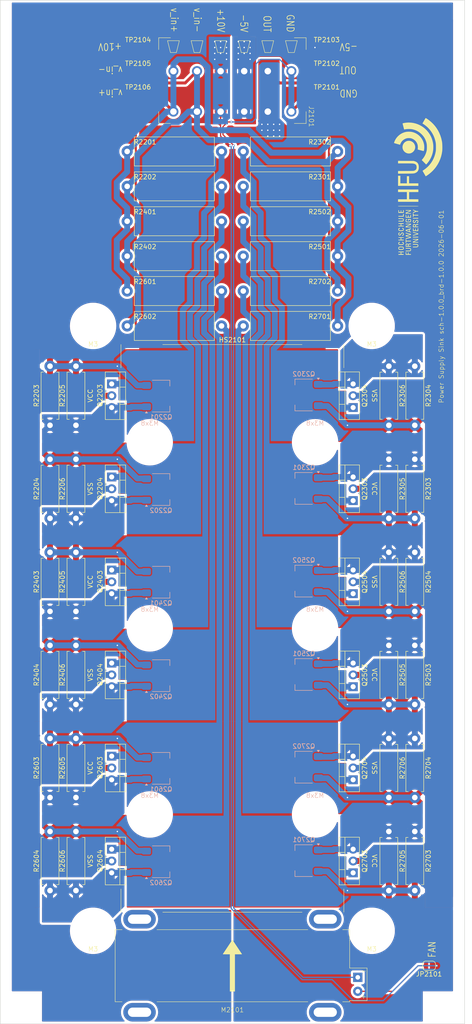
<source format=kicad_pcb>
(kicad_pcb (version 20240108) (generator "pcbnew") (generator_version "8.0")
  (title_block (title "Power Supply Sink") (date "2024-12-14") (rev "1.0.0") (company "Open Battery Tester") (comment 1 "Layout"))
  (layers (0 "F.Cu" signal) (31 "B.Cu" signal) (34 "B.Paste" user) (35 "F.Paste" user) (36 "B.SilkS" user "B.Silkscreen") (37 "F.SilkS" user "F.Silkscreen") (38 "B.Mask" user) (39 "F.Mask" user) (44 "Edge.Cuts" user))
  (property "sch_rev" "1.0.0")
  (net 0 "")
  (net 1 "/power-electronics/outstage/outstage-unit/GND")
  (net 2 "/power-electronics/outstage/outstage-unit/-5V")
  (net 3 "/power-electronics/outstage/outstage-unit/v_in+")
  (net 4 "/power-electronics/outstage/outstage-unit/v_in-")
  (net 5 "/power-electronics/outstage/outstage-unit/+10V")
  (net 6 "/power-electronics/outstage/outstage-unit/v_out")
  (net 7 "Net-(JP2101-B)")
  (net 8 "Net-(Q2201-C)")
  (net 9 "Net-(Q2201-B)")
  (net 10 "Net-(Q2202-C)")
  (net 11 "Net-(Q2202-B)")
  (net 12 "Net-(Q2301-B)")
  (net 13 "Net-(Q2301-C)")
  (net 14 "Net-(Q2302-C)")
  (net 15 "Net-(Q2302-B)")
  (net 16 "Net-(Q2401-C)")
  (net 17 "Net-(Q2401-B)")
  (net 18 "Net-(Q2402-C)")
  (net 19 "Net-(Q2402-B)")
  (net 20 "Net-(Q2501-C)")
  (net 21 "Net-(Q2501-B)")
  (net 22 "Net-(Q2502-C)")
  (net 23 "Net-(Q2502-B)")
  (net 24 "Net-(Q2601-B)")
  (net 25 "Net-(Q2601-C)")
  (net 26 "Net-(Q2602-C)")
  (net 27 "Net-(Q2602-B)")
  (net 28 "Net-(Q2701-C)")
  (net 29 "Net-(Q2701-B)")
  (net 30 "Net-(Q2702-C)")
  (net 31 "Net-(Q2702-B)")
  (footprint "pss:R_Axial_DIN0411_L9.9mm_D3.6mm_P12.70mm_Horizontal" (layer "F.Cu") (at 249.28 158.65 -90)
    (property "Reference" "R2503")
    (property "Value" "680m")
  )
  (footprint "pss:R_Axial_DIN0617_L17.0mm_D6.0mm_P20.32mm_Horizontal" (layer "F.Cu") (at 187.34 90)
    (property "Reference" "R2602")
    (property "Value" "22")
  )
  (footprint "pss:TO-220-3_Vertical" (layer "F.Cu") (at 184 122.46 -90)
    (property "Reference" "Q2204")
    (property "Value" "TIP42C")
  )
  (footprint "pss:R_Axial_DIN0411_L9.9mm_D3.6mm_P12.70mm_Horizontal" (layer "F.Cu") (at 249.28 191.35 90)
    (property "Reference" "R2704")
    (property "Value" "680m")
  )
  (footprint "pss:TO-220-3_Vertical" (layer "F.Cu") (at 184 162.46 -90)
    (property "Reference" "Q2404")
    (property "Value" "TIP42C")
  )
  (footprint "pss:TP_0805_2012Metric" (layer "F.Cu") (at 189.68 30.16)
    (property "Reference" "TP2104")
    (property "Value" "~")
  )
  (footprint "pss:MountingHole_3.2mm_M3" (layer "F.Cu") (at 180 220)
    (property "Reference" "REF**" (hide yes))
    (property "Value" "MountingHole_3.2mm_M3" (hide yes))
  )
  (footprint "pss:Fan_SameSky_CFM-5015V" (layer "F.Cu") (at 210 235 180)
    (property "Reference" "M2101")
    (property "Value" "Fan")
  )
  (footprint "pss:R_Axial_DIN0411_L9.9mm_D3.6mm_P12.70mm_Horizontal" (layer "F.Cu") (at 243.692 191.35 90)
    (property "Reference" "R2706")
    (property "Value" "680m")
  )
  (footprint "pss:TO-220-3_Vertical" (layer "F.Cu") (at 184 202.46 -90)
    (property "Reference" "Q2604")
    (property "Value" "TIP42C")
  )
  (footprint "pss:R_Axial_DIN0617_L17.0mm_D6.0mm_P20.32mm_Horizontal" (layer "F.Cu") (at 232.66 60 180)
    (property "Reference" "R2301")
    (property "Value" "22")
  )
  (footprint "pss:Heatsink_Fischer_SK499-120_46x120mm_h33mm_Drill3.5mm_ScrewM3" (layer "F.Cu") (at 210 95)
    (property "Reference" "HS2101")
    (property "Value" "SK499-120 SA" (hide yes))
  )
  (footprint "pss:R_Axial_DIN0617_L17.0mm_D6.0mm_P20.32mm_Horizontal" (layer "F.Cu") (at 232.66 90 180)
    (property "Reference" "R2701")
    (property "Value" "22")
  )
  (footprint "pss:R_Axial_DIN0411_L9.9mm_D3.6mm_P12.70mm_Horizontal" (layer "F.Cu") (at 170.72 118.65 -90)
    (property "Reference" "R2204")
    (property "Value" "680m")
  )
  (footprint "pss:R_Axial_DIN0617_L17.0mm_D6.0mm_P20.32mm_Horizontal" (layer "F.Cu") (at 187.34 60)
    (property "Reference" "R2202")
    (property "Value" "22")
  )
  (footprint "pss:TP_0805_2012Metric" (layer "F.Cu") (at 230.32 30.16)
    (property "Reference" "TP2103")
    (property "Value" "~")
  )
  (footprint "pss:R_Axial_DIN0411_L9.9mm_D3.6mm_P12.70mm_Horizontal" (layer "F.Cu") (at 243.692 111.35 90)
    (property "Reference" "R2306")
    (property "Value" "680m")
  )
  (footprint "pss:R_Axial_DIN0617_L17.0mm_D6.0mm_P20.32mm_Horizontal" (layer "F.Cu") (at 187.34 75)
    (property "Reference" "R2402")
    (property "Value" "22")
  )
  (footprint "pss:R_Axial_DIN0411_L9.9mm_D3.6mm_P12.70mm_Horizontal" (layer "F.Cu") (at 176.308 111.35 90)
    (property "Reference" "R2205")
    (property "Value" "680m")
  )
  (footprint "pss:PhoenixContact_TDPT_2,5_6-SP-5,08_1x06_P5.08mm_Horizontal" (layer "F.Cu") (at 222.7 43.94 180)
    (property "Reference" "J2101")
    (property "Value" "Conn_01x06_Socket")
  )
  (footprint "pss:R_Axial_DIN0411_L9.9mm_D3.6mm_P12.70mm_Horizontal" (layer "F.Cu") (at 243.692 151.35 90)
    (property "Reference" "R2506")
    (property "Value" "680m")
  )
  (footprint "pss:TO-220-3_Vertical" (layer "F.Cu") (at 236 207.54 90)
    (property "Reference" "Q2703")
    (property "Value" "TIP41C")
  )
  (footprint "pss:R_Axial_DIN0411_L9.9mm_D3.6mm_P12.70mm_Horizontal" (layer "F.Cu") (at 176.308 118.65 -90)
    (property "Reference" "R2206")
    (property "Value" "680m")
  )
  (footprint "pss:R_Axial_DIN0411_L9.9mm_D3.6mm_P12.70mm_Horizontal" (layer "F.Cu") (at 176.308 191.35 90)
    (property "Reference" "R2605")
    (property "Value" "680m")
  )
  (footprint "pss:TO-220-3_Vertical" (layer "F.Cu") (at 236 127.54 90)
    (property "Reference" "Q2303")
    (property "Value" "TIP41C")
  )
  (footprint "pss:R_Axial_DIN0617_L17.0mm_D6.0mm_P20.32mm_Horizontal" (layer "F.Cu") (at 187.34 82.5)
    (property "Reference" "R2601")
    (property "Value" "22")
  )
  (footprint "pss:TO-220-3_Vertical" (layer "F.Cu") (at 236 107.54 90)
    (property "Reference" "Q2304")
    (property "Value" "TIP42C")
  )
  (footprint "pss:R_Axial_DIN0617_L17.0mm_D6.0mm_P20.32mm_Horizontal" (layer "F.Cu") (at 232.66 75 180)
    (property "Reference" "R2501")
    (property "Value" "22")
  )
  (footprint "pss:TO-220-3_Vertical" (layer "F.Cu") (at 184 102.46 -90)
    (property "Reference" "Q2203")
    (property "Value" "TIP41C")
  )
  (footprint "pss:TP_0805_2012Metric" (layer "F.Cu") (at 189.68 35.24)
    (property "Reference" "TP2105")
    (property "Value" "~")
  )
  (footprint "pss:R_Axial_DIN0617_L17.0mm_D6.0mm_P20.32mm_Horizontal" (layer "F.Cu") (at 187.34 67.5)
    (property "Reference" "R2401")
    (property "Value" "22")
  )
  (footprint "pss:R_Axial_DIN0411_L9.9mm_D3.6mm_P12.70mm_Horizontal" (layer "F.Cu") (at 170.72 111.35 90)
    (property "Reference" "R2203")
    (property "Value" "680m")
  )
  (footprint "pss:R_Axial_DIN0411_L9.9mm_D3.6mm_P12.70mm_Horizontal" (layer "F.Cu") (at 170.72 191.35 90)
    (property "Reference" "R2603")
    (property "Value" "680m")
  )
  (footprint "pss:hfu-logo" (layer "F.Cu") (at 250 60 90)
    (property "Reference" "G***" (hide yes))
    (property "Value" "LOGO" (hide yes))
  )
  (footprint "pss:R_Axial_DIN0411_L9.9mm_D3.6mm_P12.70mm_Horizontal" (layer "F.Cu") (at 170.72 158.65 -90)
    (property "Reference" "R2404")
    (property "Value" "680m")
  )
  (footprint "pss:SolderJumper-2_P1.3mm_Bridged-Soldermask-Paste_RoundedPad1.0x1.5mm" (layer "F.Cu") (at 252.35 227.5 180)
    (property "Reference" "JP2101")
    (property "Value" "SolderJumper_2_Bridged")
  )
  (footprint "pss:R_Axial_DIN0411_L9.9mm_D3.6mm_P12.70mm_Horizontal" (layer "F.Cu") (at 249.28 111.35 90)
    (property "Reference" "R2304")
    (property "Value" "680m")
  )
  (footprint "pss:R_Axial_DIN0411_L9.9mm_D3.6mm_P12.70mm_Horizontal" (layer "F.Cu") (at 176.308 158.65 -90)
    (property "Reference" "R2406")
    (property "Value" "680m")
  )
  (footprint "pss:TO-220-3_Vertical" (layer "F.Cu") (at 236 167.54 90)
    (property "Reference" "Q2503")
    (property "Value" "TIP41C")
  )
  (footprint "pss:MountingHole_2.8mm" (layer "F.Cu") (at 254.45 236.43)
    (property "Reference" "REF**" (hide yes))
    (property "Value" "MountingHole_2.8mm" (hide yes))
  )
  (footprint "pss:R_Axial_DIN0411_L9.9mm_D3.6mm_P12.70mm_Horizontal" (layer "F.Cu") (at 249.28 151.35 90)
    (property "Reference" "R2504")
    (property "Value" "680m")
  )
  (footprint "pss:TO-220-3_Vertical" (layer "F.Cu") (at 184 142.46 -90)
    (property "Reference" "Q2403")
    (property "Value" "TIP41C")
  )
  (footprint "pss:R_Axial_DIN0411_L9.9mm_D3.6mm_P12.70mm_Horizontal" (layer "F.Cu") (at 243.692 198.65 -90)
    (property "Reference" "R2705")
    (property "Value" "680m")
  )
  (footprint "pss:R_Axial_DIN0411_L9.9mm_D3.6mm_P12.70mm_Horizontal" (layer "F.Cu") (at 243.692 118.65 -90)
    (property "Reference" "R2305")
    (property "Value" "680m")
  )
  (footprint "pss:R_Axial_DIN0617_L17.0mm_D6.0mm_P20.32mm_Horizontal" (layer "F.Cu") (at 232.66 67.5 180)
    (property "Reference" "R2502")
    (property "Value" "22")
  )
  (footprint "pss:MountingHole_3.2mm_M3" (layer "F.Cu") (at 240 90)
    (property "Reference" "REF**" (hide yes))
    (property "Value" "MountingHole_3.2mm_M3" (hide yes))
  )
  (footprint "pss:R_Axial_DIN0411_L9.9mm_D3.6mm_P12.70mm_Horizontal" (layer "F.Cu") (at 170.72 198.65 -90)
    (property "Reference" "R2604")
    (property "Value" "680m")
  )
  (footprint "pss:TP_0805_2012Metric" (layer "F.Cu") (at 230.32 35.24)
    (property "Reference" "TP2102")
    (property "Value" "~")
  )
  (footprint "pss:TP_0805_2012Metric" (layer "F.Cu") (at 230.32 40.32)
    (property "Reference" "TP2101")
    (property "Value" "~")
  )
  (footprint "pss:R_Axial_DIN0411_L9.9mm_D3.6mm_P12.70mm_Horizontal" (layer "F.Cu") (at 249.28 198.65 -90)
    (property "Reference" "R2703")
    (property "Value" "680m")
  )
  (footprint "pss:MountingHole_3.2mm_M3" (layer "F.Cu") (at 240 220)
    (property "Reference" "REF**" (hide yes))
    (property "Value" "MountingHole_3.2mm_M3" (hide yes))
  )
  (footprint "pss:R_Axial_DIN0411_L9.9mm_D3.6mm_P12.70mm_Horizontal" (layer "F.Cu") (at 249.28 118.65 -90)
    (property "Reference" "R2303")
    (property "Value" "680m")
  )
  (footprint "pss:TO-220-3_Vertical" (layer "F.Cu") (at 236 187.54 90)
    (property "Reference" "Q2704")
    (property "Value" "TIP42C")
  )
  (footprint "pss:R_Axial_DIN0411_L9.9mm_D3.6mm_P12.70mm_Horizontal" (layer "F.Cu") (at 176.308 151.35 90)
    (property "Reference" "R2405")
    (property "Value" "680m")
  )
  (footprint "pss:TO-220-3_Vertical" (layer "F.Cu") (at 236 147.54 90)
    (property "Reference" "Q2504")
    (property "Value" "TIP42C")
  )
  (footprint "pss:R_Axial_DIN0411_L9.9mm_D3.6mm_P12.70mm_Horizontal" (layer "F.Cu") (at 170.72 151.35 90)
    (property "Reference" "R2403")
    (property "Value" "680m")
  )
  (footprint "pss:R_Axial_DIN0617_L17.0mm_D6.0mm_P20.32mm_Horizontal" (layer "F.Cu") (at 232.66 82.5 180)
    (property "Reference" "R2702")
    (property "Value" "22")
  )
  (footprint "pss:R_Axial_DIN0411_L9.9mm_D3.6mm_P12.70mm_Horizontal" (layer "F.Cu") (at 176.308 198.65 -90)
    (property "Reference" "R2606")
    (property "Value" "680m")
  )
  (footprint "pss:R_Axial_DIN0411_L9.9mm_D3.6mm_P12.70mm_Horizontal" (layer "F.Cu") (at 243.692 158.65 -90)
    (property "Reference" "R2505")
    (property "Value" "680m")
  )
  (footprint "pss:TO-220-3_Vertical" (layer "F.Cu") (at 184 182.46 -90)
    (property "Reference" "Q2603")
    (property "Value" "TIP41C")
  )
  (footprint "pss:TP_0805_2012Metric" (layer "F.Cu") (at 189.68 40.32)
    (property "Reference" "TP2106")
    (property "Value" "~")
  )
  (footprint "pss:MountingHole_3.2mm_M3" (layer "F.Cu") (at 180 90)
    (property "Reference" "REF**" (hide yes))
    (property "Value" "MountingHole_3.2mm_M3" (hide yes))
  )
  (footprint "pss:R_Axial_DIN0617_L17.0mm_D6.0mm_P20.32mm_Horizontal" (layer "F.Cu") (at 232.66 52.5 180)
    (property "Reference" "R2302")
    (property "Value" "22")
  )
  (footprint "pss:MountingHole_2.8mm" (layer "F.Cu") (at 165.55 236.43)
    (property "Reference" "REF**" (hide yes))
    (property "Value" "MountingHole_2.8mm" (hide yes))
  )
  (footprint "pss:R_Axial_DIN0617_L17.0mm_D6.0mm_P20.32mm_Horizontal" (layer "F.Cu") (at 187.34 52.5)
    (property "Reference" "R2201")
    (property "Value" "22")
  )
  (footprint "pss:SOT-223-3_TabPin2" (layer "B.Cu") (at 194.62 125.16)
    (property "Reference" "Q2202")
    (property "Value" "DPLS350E")
  )
  (footprint "pss:SOT-223-3_TabPin2" (layer "B.Cu") (at 225.38 144.84 180)
    (property "Reference" "Q2502")
    (property "Value" "DPLS350E")
  )
  (footprint "pss:SOT-223-3_TabPin2" (layer "B.Cu") (at 194.62 145.08)
    (property "Reference" "Q2401")
    (property "Value" "DNLS350E")
  )
  (footprint "pss:SOT-223-3_TabPin2" (layer "B.Cu") (at 225.38 124.92 180)
    (property "Reference" "Q2301")
    (property "Value" "DNLS350E")
  )
  (footprint "pss:SOT-223-3_TabPin2" (layer "B.Cu") (at 194.62 185.08)
    (property "Reference" "Q2601")
    (property "Value" "DNLS350E")
  )
  (footprint "pss:SOT-223-3_TabPin2" (layer "B.Cu") (at 225.38 104.84 180)
    (property "Reference" "Q2302")
    (property "Value" "DPLS350E")
  )
  (footprint "pss:SOT-223-3_TabPin2" (layer "B.Cu") (at 194.62 205.16)
    (property "Reference" "Q2602")
    (property "Value" "DPLS350E")
  )
  (footprint "pss:SOT-223-3_TabPin2" (layer "B.Cu") (at 194.62 165.16)
    (property "Reference" "Q2402")
    (property "Value" "DPLS350E")
  )
  (footprint "pss:SOT-223-3_TabPin2" (layer "B.Cu") (at 225.38 164.92 180)
    (property "Reference" "Q2501")
    (property "Value" "DNLS350E")
  )
  (footprint "pss:SOT-223-3_TabPin2" (layer "B.Cu") (at 194.62 105.08)
    (property "Reference" "Q2201")
    (property "Value" "DNLS350E")
  )
  (footprint "pss:SOT-223-3_TabPin2" (layer "B.Cu") (at 225.38 204.92 180)
    (property "Reference" "Q2701")
    (property "Value" "DNLS350E")
  )
  (footprint "pss:SOT-223-3_TabPin2" (layer "B.Cu") (at 225.38 184.84 180)
    (property "Reference" "Q2702")
    (property "Value" "DPLS350E")
  )
  (gr_line (start 160 240) (end 160 20) (stroke (width 0.1)) (layer "Edge.Cuts"))
  (gr_line (start 260 240) (end 160 240) (stroke (width 0.1)) (layer "Edge.Cuts"))
  (gr_line (start 160 20) (end 260 20) (stroke (width 0.1)) (layer "Edge.Cuts"))
  (gr_line (start 260 20) (end 260 240) (stroke (width 0.1)) (layer "Edge.Cuts"))
  (gr_text "VCC" (at 180 105 90) (layer "F.SilkS") (effects (font (size 1 1)) (justify bottom)))
  (gr_text "VSS" (at 180 165 90) (layer "F.SilkS") (effects (font (size 1 1)) (justify bottom)))
  (gr_text "VCC" (at 240 165 -90) (layer "F.SilkS") (effects (font (size 1 1)) (justify bottom)))
  (gr_text "VCC" (at 180 145 90) (layer "F.SilkS") (effects (font (size 1 1)) (justify bottom)))
  (gr_text "VCC" (at 180 185 90) (layer "F.SilkS") (effects (font (size 1 1)) (justify bottom)))
  (gr_text "VCC" (at 240 205 -90) (layer "F.SilkS") (effects (font (size 1 1)) (justify bottom)))
  (gr_text "VSS" (at 240 105 -90) (layer "F.SilkS") (effects (font (size 1 1)) (justify bottom)))
  (gr_text "VSS" (at 180 125 90) (layer "F.SilkS") (effects (font (size 1 1)) (justify bottom)))
  (gr_text "FAN" (at 253 224 90) (layer "F.SilkS") (effects (font (size 1.5494 1.27))))
  (gr_text "VSS" (at 240 145 -90) (layer "F.SilkS") (effects (font (size 1 1)) (justify bottom)))
  (gr_text "GND\n\nOUT\n\n-5V" (at 233 35 180) (layer "F.SilkS") (effects (font (size 1.5494 1.27)) (justify right)))
  (gr_text "GND\n\nOUT\n\n-5V\n\n+10V\n\nv_in-\n\nv_in+" (at 210 27 -90) (layer "F.SilkS") (effects (font (size 1.5494 1.27)) (justify right)))
  (gr_text "VSS" (at 240 185 -90) (layer "F.SilkS") (effects (font (size 1 1)) (justify bottom)))
  (gr_text "VCC" (at 240 125 -90) (layer "F.SilkS") (effects (font (size 1 1)) (justify bottom)))
  (gr_text "v_in+\n\nv_in-\n\n+10V" (at 181 35 180) (layer "F.SilkS") (effects (font (size 1.5494 1.27)) (justify right)))
  (gr_text "${TITLE} sch-${sch_rev}_brd-${REVISION} ${CURRENT_DATE}" (at 255 65 90) (layer "F.SilkS") (effects (font (size 1 1) (thickness 0.1)) (justify right)))
  (gr_text "VSS" (at 180 205 90) (layer "F.SilkS") (effects (font (size 1 1)) (justify bottom)))
  (segment (start 210.264947 51.19442) (end 210.264947 51.236527) (width 0.254) (layer "F.Cu") (net 1))
  (segment (start 209.746 46.162) (end 208.984 46.162) (width 0.254) (layer "F.Cu") (net 1))
  (segment (start 207.968 47.178) (end 207.968 48.897473) (width 0.254) (layer "F.Cu") (net 1))
  (segment (start 226.32 40.32) (end 222.7 43.94) (width 0.635) (layer "F.Cu") (net 1))
  (segment (start 208.984 46.162) (end 207.968 47.178) (width 0.254) (layer "F.Cu") (net 1))
  (segment (start 230.32 40.32) (end 226.32 40.32) (width 0.635) (layer "F.Cu") (net 1))
  (segment (start 207.968 48.897473) (end 210.264947 51.19442) (width 0.254) (layer "F.Cu") (net 1))
  (via (at 209.746 46.162) (size 0.5) (drill 0.3) (layers "F.Cu" "B.Cu") (net 1))
  (via (at 210.264947 51.236527) (size 0.5) (drill 0.3) (layers "F.Cu" "B.Cu") (net 1))
  (segment (start 214.318 46.162) (end 215.08 45.4) (width 0.254) (layer "B.Cu") (net 1))
  (segment (start 210.254 52.258) (end 210.254 215.072) (width 0.254) (layer "B.Cu") (net 1))
  (segment (start 215.08 45.4) (end 215.08 33.716) (width 0.254) (layer "B.Cu") (net 1))
  (segment (start 222.7 35.24) (end 222.7 43.94) (width 1.27) (layer "B.Cu") (net 1))
  (segment (start 210.254 215.072) (end 225.182 230) (width 0.254) (layer "B.Cu") (net 1))
  (segment (start 210.254 52.258) (end 210.254 51.247474) (width 0.254) (layer "B.Cu") (net 1))
  (segment (start 220.16 32.7) (end 222.7 35.24) (width 0.254) (layer "B.Cu") (net 1))
  (segment (start 225.182 230) (end 237 230) (width 0.254) (layer "B.Cu") (net 1))
  (segment (start 209.746 46.162) (end 214.318 46.162) (width 0.254) (layer "B.Cu") (net 1))
  (segment (start 215.08 33.716) (end 216.096 32.7) (width 0.254) (layer "B.Cu") (net 1))
  (segment (start 216.096 32.7) (end 220.16 32.7) (width 0.254) (layer "B.Cu") (net 1))
  (segment (start 210.254 51.247474) (end 210.264947 51.236527) (width 0.254) (layer "B.Cu") (net 1))
  (segment (start 227.78 30.16) (end 230.32 30.16) (width 0.635) (layer "F.Cu") (net 2))
  (via (at 211.27 30.16) (size 0.5) (drill 0.3) (layers "F.Cu" "B.Cu") (net 2))
  (via (at 213.81 32.7) (size 0.5) (drill 0.3) (layers "F.Cu" "B.Cu") (net 2))
  (via (at 213.81 30.16) (size 0.5) (drill 0.3) (layers "F.Cu" "B.Cu") (net 2))
  (via (at 212.54 31.43) (size 0.5) (drill 0.3) (layers "F.Cu" "B.Cu") (net 2))
  (via (at 213.81 28.89) (size 0.5) (drill 0.3) (layers "F.Cu" "B.Cu") (net 2))
  (via (at 211.27 31.43) (size 0.5) (drill 0.3) (layers "F.Cu" "B.Cu") (net 2))
  (via (at 212.54 30.16) (size 0.5) (drill 0.3) (layers "F.Cu" "B.Cu") (net 2))
  (via (at 211.27 28.89) (size 0.5) (drill 0.3) (layers "F.Cu" "B.Cu") (net 2))
  (via (at 213.81 31.43) (size 0.5) (drill 0.3) (layers "F.Cu" "B.Cu") (net 2))
  (via (at 211.27 32.7) (size 0.5) (drill 0.3) (layers "F.Cu" "B.Cu") (net 2))
  (via (at 227.78 30.16) (size 0.5) (drill 0.3) (layers "F.Cu" "B.Cu") (net 2))
  (via (at 212.54 28.89) (size 0.5) (drill 0.3) (layers "F.Cu" "B.Cu") (net 2))
  (segment (start 255.0616 24.4216) (end 253.5784 22.9384) (width 4.8768) (layer "B.Cu") (net 2))
  (segment (start 166.4216 22.9384) (end 164.9384 24.4216) (width 4.8768) (layer "B.Cu") (net 2))
  (segment (start 255.0616 212.5) (end 255.0616 24.4216) (width 4.8768) (layer "B.Cu") (net 2))
  (segment (start 184 165) (end 166 165) (width 1.27) (layer "B.Cu") (net 2))
  (segment (start 236 105) (end 254 105) (width 1.27) (layer "B.Cu") (net 2))
  (segment (start 164.9384 24.4216) (end 164.9384 230.312) (width 4.8768) (layer "B.Cu") (net 2))
  (segment (start 184 125) (end 166 125) (width 1.27) (layer "B.Cu") (net 2))
  (segment (start 184 205) (end 166 205) (width 1.27) (layer "B.Cu") (net 2))
  (segment (start 236 145) (end 254 145) (width 1.27) (layer "B.Cu") (net 2))
  (segment (start 212.54 43.94) (end 212.54 22.9384) (width 2.54) (layer "B.Cu") (net 2))
  (segment (start 253.5784 22.9384) (end 212.54 22.9384) (width 4.8768) (layer "B.Cu") (net 2))
  (segment (start 236 185) (end 254 185) (width 1.27) (layer "B.Cu") (net 2))
  (segment (start 212.54 22.9384) (end 166.4216 22.9384) (width 4.8768) (layer "B.Cu") (net 2))
  (segment (start 189.68 40.32) (end 193.68 40.32) (width 0.635) (layer "F.Cu") (net 3))
  (segment (start 193.68 40.32) (end 197.3 43.94) (width 0.635) (layer "F.Cu") (net 3))
  (segment (start 187.34 52.5) (end 195.9 43.94) (width 1.27) (layer "B.Cu") (net 3))
  (segment (start 203.015 32.7) (end 204.666 34.351) (width 1.27) (layer "B.Cu") (net 3))
  (segment (start 234.9936 64.4576) (end 232.6536 62.1176) (width 1.27) (layer "B.Cu") (net 3))
  (segment (start 231.336 50.226) (end 233.622 50.226) (width 1.27) (layer "B.Cu") (net 3))
  (segment (start 204.666 47.051) (end 205.555 47.94) (width 1.27) (layer "B.Cu") (net 3))
  (segment (start 234.9936 79.6976) (end 232.6536 77.3576) (width 1.27) (layer "B.Cu") (net 3))
  (segment (start 234.9936 69.5376) (end 234.9936 64.4576) (width 1.27) (layer "B.Cu") (net 3))
  (segment (start 187.34 69.33) (end 187.34 67.5) (width 1.27) (layer "B.Cu") (net 3))
  (segment (start 197.3 35.24) (end 197.3 33.716) (width 1.27) (layer "B.Cu") (net 3))
  (segment (start 185.108 77.658) (end 185.108 71.562) (width 1.27) (layer "B.Cu") (net 3))
  (segment (start 213.556 47.94) (end 218.382 52.766) (width 1.27) (layer "B.Cu") (net 3))
  (segment (start 232.6536 62.1176) (end 232.6536 60.0076) (width 1.27) (layer "B.Cu") (net 3))
  (segment (start 204.666 34.351) (end 204.666 47.051) (width 1.27) (layer "B.Cu") (net 3))
  (segment (start 234.892 51.496) (end 234.892 53.782) (width 1.27) (layer "B.Cu") (net 3))
  (segment (start 187.34 82.5) (end 187.34 79.89) (width 1.27) (layer "B.Cu") (net 3))
  (segment (start 185.108 71.562) (end 187.34 69.33) (width 1.27) (layer "B.Cu") (net 3))
  (segment (start 185.108 59.116) (end 187.34 56.884) (width 1.27) (layer "B.Cu") (net 3))
  (segment (start 187.34 64.65) (end 185.108 62.418) (width 1.27) (layer "B.Cu") (net 3))
  (segment (start 205.555 47.94) (end 213.556 47.94) (width 1.27) (layer "B.Cu") (net 3))
  (segment (start 228.796 52.766) (end 231.336 50.226) (width 1.27) (layer "B.Cu") (net 3))
  (segment (start 197.3 33.716) (end 198.316 32.7) (width 1.27) (layer "B.Cu") (net 3))
  (segment (start 195.9 43.94) (end 197.3 43.94) (width 1.27) (layer "B.Cu") (net 3))
  (segment (start 234.892 53.782) (end 232.66 56.014) (width 1.27) (layer "B.Cu") (net 3))
  (segment (start 218.382 52.766) (end 228.796 52.766) (width 1.27) (layer "B.Cu") (net 3))
  (segment (start 232.66 56.014) (end 232.66 60) (width 1.27) (layer "B.Cu") (net 3))
  (segment (start 234.9936 83.3984) (end 234.9936 79.6976) (width 1.27) (layer "B.Cu") (net 3))
  (segment (start 233.622 50.226) (end 234.892 51.496) (width 1.27) (layer "B.Cu") (net 3))
  (segment (start 198.316 32.7) (end 203.015 32.7) (width 1.27) (layer "B.Cu") (net 3))
  (segment (start 197.3 43.94) (end 197.3 35.24) (width 1.27) (layer "B.Cu") (net 3))
  (segment (start 232.6536 71.8776) (end 234.9936 69.5376) (width 1.27) (layer "B.Cu") (net 3))
  (segment (start 187.34 56.884) (end 187.34 52.5) (width 1.27) (layer "B.Cu") (net 3))
  (segment (start 187.34 67.5) (end 187.34 64.65) (width 1.27) (layer "B.Cu") (net 3))
  (segment (start 232.6536 85.7384) (end 234.9936 83.3984) (width 1.27) (layer "B.Cu") (net 3))
  (segment (start 185.108 62.418) (end 185.108 59.116) (width 1.27) (layer "B.Cu") (net 3))
  (segment (start 187.34 79.89) (end 185.108 77.658) (width 1.27) (layer "B.Cu") (net 3))
  (segment (start 232.6536 60.0076) (end 232.8736 60.0076) (width 1.27) (layer "B.Cu") (net 3))
  (segment (start 232.6536 77.3576) (end 232.6536 71.8776) (width 1.27) (layer "B.Cu") (net 3))
  (segment (start 232.6536 90.0076) (end 232.6536 85.7384) (width 1.27) (layer "B.Cu") (net 3))
  (segment (start 189.68 35.24) (end 192.22 35.24) (width 0.635) (layer "F.Cu") (net 4))
  (segment (start 192.22 35.24) (end 194.76 37.78) (width 0.635) (layer "F.Cu") (net 4))
  (segment (start 194.76 37.78) (end 199.84 37.78) (width 0.635) (layer "F.Cu") (net 4))
  (segment (start 199.84 37.78) (end 202.38 35.24) (width 0.635) (layer "F.Cu") (net 4))
  (segment (start 204.94478 50.0482) (end 213.1242 50.0482) (width 1.27) (layer "B.Cu") (net 4))
  (segment (start 230.4216 55.814) (end 230.4216 54.7396) (width 1.27) (layer "B.Cu") (net 4))
  (segment (start 187.34 71.87) (end 189.68 69.53) (width 1.27) (layer "B.Cu") (net 4))
  (segment (start 229.304 54.7396) (end 230.4216 54.7396) (width 1.27) (layer "B.Cu") (net 4))
  (segment (start 213.1242 50.0482) (end 217.8156 54.7396) (width 1.27) (layer "B.Cu") (net 4))
  (segment (start 189.68 87.66) (end 189.68 79.69) (width 1.27) (layer "B.Cu") (net 4))
  (segment (start 187.34 77.35) (end 187.34 75) (width 1.27) (layer "B.Cu") (net 4))
  (segment (start 232.6536 69.3376) (end 232.6536 67.5076) (width 1.27) (layer "B.Cu") (net 4))
  (segment (start 232.6536 82.5076) (end 232.6536 79.8976) (width 1.27) (layer "B.Cu") (net 4))
  (segment (start 189.68 79.69) (end 187.34 77.35) (width 1.27) (layer "B.Cu") (net 4))
  (segment (start 198.316 46.162) (end 200.538 43.94) (width 1.27) (layer "B.Cu") (net 4))
  (segment (start 189.68 64.45) (end 187.34 62.11) (width 1.27) (layer "B.Cu") (net 4))
  (segment (start 217.8156 54.7396) (end 229.304 54.7396) (width 1.27) (layer "B.Cu") (net 4))
  (segment (start 230.4216 54.7396) (end 232.6536 52.5076) (width 1.27) (layer "B.Cu") (net 4))
  (segment (start 230.4216 71.5696) (end 232.6536 69.3376) (width 1.27) (layer "B.Cu") (net 4))
  (segment (start 229.304 54.7396) (end 229.3472 54.7396) (width 1.27) (layer "B.Cu") (net 4))
  (segment (start 202.38 43.94) (end 202.38 47.48342) (width 1.27) (layer "B.Cu") (net 4))
  (segment (start 200.538 43.94) (end 202.38 43.94) (width 1.27) (layer "B.Cu") (net 4))
  (segment (start 189.426 53.274) (end 196.538 46.162) (width 1.27) (layer "B.Cu") (net 4))
  (segment (start 187.34 62.11) (end 187.34 60) (width 1.27) (layer "B.Cu") (net 4))
  (segment (start 187.34 75) (end 187.34 71.87) (width 1.27) (layer "B.Cu") (net 4))
  (segment (start 187.34 60) (end 189.426 57.914) (width 1.27) (layer "B.Cu") (net 4))
  (segment (start 202.38 43.94) (end 202.38 35.24) (width 1.27) (layer "B.Cu") (net 4))
  (segment (start 202.38 47.48342) (end 204.94478 50.0482) (width 1.27) (layer "B.Cu") (net 4))
  (segment (start 232.6536 64.6576) (end 230.4216 62.4256) (width 1.27) (layer "B.Cu") (net 4))
  (segment (start 187.34 90) (end 189.68 87.66) (width 1.27) (layer "B.Cu") (net 4))
  (segment (start 232.6536 79.8976) (end 230.4216 77.6656) (width 1.27) (layer "B.Cu") (net 4))
  (segment (start 196.538 46.162) (end 198.316 46.162) (width 1.27) (layer "B.Cu") (net 4))
  (segment (start 230.4216 77.6656) (end 230.4216 71.5696) (width 1.27) (layer "B.Cu") (net 4))
  (segment (start 189.68 69.53) (end 189.68 64.45) (width 1.27) (layer "B.Cu") (net 4))
  (segment (start 229.3472 54.7396) (end 230.4216 55.814) (width 1.27) (layer "B.Cu") (net 4))
  (segment (start 232.6536 67.5076) (end 232.6536 64.6576) (width 1.27) (layer "B.Cu") (net 4))
  (segment (start 230.4216 62.4256) (end 230.4216 55.814) (width 1.27) (layer "B.Cu") (net 4))
  (segment (start 189.426 57.914) (end 189.426 53.274) (width 1.27) (layer "B.Cu") (net 4))
  (segment (start 254 227.5) (end 253 227.5) (width 0.254) (layer "F.Cu") (net 5))
  (segment (start 236 125) (end 254 125) (width 1.27) (layer "F.Cu") (net 5))
  (segment (start 207.46 35.24) (end 207.46 22.9384) (width 2.54) (layer "F.Cu") (net 5))
  (segment (start 207.46 49.21) (end 207.46 43.94) (width 0.254) (layer "F.Cu") (net 5))
  (segment (start 253.5784 22.9384) (end 255.0616 24.4216) (width 4.8768) (layer "F.Cu") (net 5))
  (segment (start 236 165) (end 254 165) (width 1.27) (layer "F.Cu") (net 5))
  (segment (start 236 205) (end 254 205) (width 1.27) (layer "F.Cu") (net 5))
  (segment (start 209.492 51.242) (end 207.46 49.21) (width 0.254) (layer "F.Cu") (net 5))
  (segment (start 207.46 43.94) (end 207.46 35.24) (width 2.54) (layer "F.Cu") (net 5))
  (segment (start 164.9384 24.4216) (end 164.9384 230.312) (width 4.8768) (layer "F.Cu") (net 5))
  (segment (start 184 105) (end 166 105) (width 1.27) (layer "F.Cu") (net 5))
  (segment (start 207.46 22.9384) (end 253.5784 22.9384) (width 4.8768) (layer "F.Cu") (net 5))
  (segment (start 184 185) (end 166 185) (width 1.27) (layer "F.Cu") (net 5))
  (segment (start 184 145) (end 166 145) (width 1.27) (layer "F.Cu") (net 5))
  (segment (start 166.4216 22.9384) (end 164.9384 24.4216) (width 4.8768) (layer "F.Cu") (net 5))
  (segment (start 255.0616 24.4216) (end 255.0616 212.5) (width 4.8768) (layer "F.Cu") (net 5))
  (segment (start 207.46 22.9384) (end 166.4216 22.9384) (width 4.8768) (layer "F.Cu") (net 5))
  (via (at 208.73 28.89) (size 0.5) (drill 0.3) (layers "F.Cu" "B.Cu") (net 5))
  (via (at 208.73 30.16) (size 0.5) (drill 0.3) (layers "F.Cu" "B.Cu") (net 5))
  (via (at 254 227.5) (size 0.5) (drill 0.3) (layers "F.Cu" "B.Cu") (net 5))
  (via (at 206.19 30.16) (size 0.5) (drill 0.3) (layers "F.Cu" "B.Cu") (net 5))
  (via (at 207.46 30.16) (size 0.5) (drill 0.3) (layers "F.Cu" "B.Cu") (net 5))
  (via (at 208.73 32.7) (size 0.5) (drill 0.3) (layers "F.Cu" "B.Cu") (net 5))
  (via (at 207.46 31.43) (size 0.5) (drill 0.3) (layers "F.Cu" "B.Cu") (net 5))
  (via (at 207.46 28.89) (size 0.5) (drill 0.3) (layers "F.Cu" "B.Cu") (net 5))
  (via (at 206.19 32.7) (size 0.5) (drill 0.3) (layers "F.Cu" "B.Cu") (net 5))
  (via (at 206.19 31.43) (size 0.5) (drill 0.3) (layers "F.Cu" "B.Cu") (net 5))
  (via (at 208.73 31.43) (size 0.5) (drill 0.3) (layers "F.Cu" "B.Cu") (net 5))
  (via (at 206.19 28.89) (size 0.5) (drill 0.3) (layers "F.Cu" "B.Cu") (net 5))
  (via (at 209.492 51.242) (size 0.5) (drill 0.3) (layers "F.Cu" "B.Cu") (net 5))
  (segment (start 209.746 215.072) (end 209.746 215) (width 0.254) (layer "B.Cu") (net 5))
  (segment (start 209.746 215) (end 209.746 52.512) (width 0.254) (layer "B.Cu") (net 5))
  (segment (start 250 227.5) (end 254 227.5) (width 0.254) (layer "B.Cu") (net 5))
  (segment (start 225.035422 230.5) (end 231.5 230.5) (width 0.254) (layer "B.Cu") (net 5))
  (segment (start 231.5 230.5) (end 236 235) (width 0.254) (layer "B.Cu") (net 5))
  (segment (start 209.746 215.210578) (end 225.035422 230.5) (width 0.254) (layer "B.Cu") (net 5))
  (segment (start 236 235) (end 242.5 235) (width 0.254) (layer "B.Cu") (net 5))
  (segment (start 209.746 52.512) (end 209.746 51.496) (width 0.254) (layer "B.Cu") (net 5))
  (segment (start 209.746 215) (end 209.746 215.210578) (width 0.254) (layer "B.Cu") (net 5))
  (segment (start 242.5 235) (end 250 227.5) (width 0.254) (layer "B.Cu") (net 5))
  (segment (start 209.746 51.496) (end 209.492 51.242) (width 0.254) (layer "B.Cu") (net 5))
  (segment (start 189.54 201.096) (end 189.54 202.775) (width 1.27) (layer "F.Cu") (net 6))
  (segment (start 230.46 148.904) (end 230.46 147.225) (width 1.27) (layer "F.Cu") (net 6))
  (segment (start 232.873 151.317) (end 230.46 148.904) (width 1.27) (layer "F.Cu") (net 6))
  (segment (start 189.54 181.03) (end 189.54 182.808) (width 1.27) (layer "F.Cu") (net 6))
  (segment (start 230.46 108.904) (end 230.46 107.225) (width 1.27) (layer "F.Cu") (net 6))
  (segment (start 220.16 37.78) (end 217.62 35.24) (width 0.635) (layer "F.Cu") (net 6))
  (segment (start 249.28 111.35) (end 249.247 111.317) (width 1.27) (layer "F.Cu") (net 6))
  (segment (start 249.28 131.35) (end 232.84 131.35) (width 1.27) (layer "F.Cu") (net 6))
  (segment (start 249.28 151.35) (end 249.247 151.317) (width 1.27) (layer "F.Cu") (net 6))
  (segment (start 170.72 198.65) (end 170.753 198.683) (width 1.27) (layer "F.Cu") (net 6))
  (segment (start 170.72 158.65) (end 170.753 158.683) (width 1.27) (layer "F.Cu") (net 6))
  (segment (start 170.72 98.65) (end 187.16 98.65) (width 1.27) (layer "F.Cu") (net 6))
  (segment (start 230.46 168.97) (end 230.46 167.192) (width 1.27) (layer "F.Cu") (net 6))
  (segment (start 170.72 118.65) (end 170.753 118.683) (width 1.27) (layer "F.Cu") (net 6))
  (segment (start 230.46 128.97) (end 230.46 127.192) (width 1.27) (layer "F.Cu") (net 6))
  (segment (start 249.247 111.317) (end 232.873 111.317) (width 1.27) (layer "F.Cu") (net 6))
  (segment (start 187.16 98.65) (end 189.54 101.03) (width 1.27) (layer "F.Cu") (net 6))
  (segment (start 249.247 151.317) (end 232.873 151.317) (width 1.27) (layer "F.Cu") (net 6))
  (segment (start 232.873 191.317) (end 230.46 188.904) (width 1.27) (layer "F.Cu") (net 6))
  (segment (start 170.753 198.683) (end 187.127 198.683) (width 1.27) (layer "F.Cu") (net 6))
  (segment (start 230.46 208.97) (end 230.46 207.192) (width 1.27) (layer "F.Cu") (net 6))
  (segment (start 189.54 121.096) (end 189.54 122.775) (width 1.27) (layer "F.Cu") (net 6))
  (segment (start 249.28 191.35) (end 249.247 191.317) (width 1.27) (layer "F.Cu") (net 6))
  (segment (start 170.753 118.683) (end 187.127 118.683) (width 1.27) (layer "F.Cu") (net 6))
  (segment (start 249.28 171.35) (end 232.84 171.35) (width 1.27) (layer "F.Cu") (net 6))
  (segment (start 187.127 118.683) (end 189.54 121.096) (width 1.27) (layer "F.Cu") (net 6))
  (segment (start 227.78 35.24) (end 225.24 37.78) (width 0.635) (layer "F.Cu") (net 6))
  (segment (start 189.54 101.03) (end 189.54 102.808) (width 1.27) (layer "F.Cu") (net 6))
  (segment (start 170.72 138.65) (end 187.16 138.65) (width 1.27) (layer "F.Cu") (net 6))
  (segment (start 232.84 131.35) (end 230.46 128.97) (width 1.27) (layer "F.Cu") (net 6))
  (segment (start 249.247 191.317) (end 232.873 191.317) (width 1.27) (layer "F.Cu") (net 6))
  (segment (start 249.28 211.35) (end 232.84 211.35) (width 1.27) (layer "F.Cu") (net 6))
  (segment (start 232.873 111.317) (end 230.46 108.904) (width 1.27) (layer "F.Cu") (net 6))
  (segment (start 187.16 178.65) (end 189.54 181.03) (width 1.27) (layer "F.Cu") (net 6))
  (segment (start 187.16 138.65) (end 189.54 141.03) (width 1.27) (layer "F.Cu") (net 6))
  (segment (start 187.127 198.683) (end 189.54 201.096) (width 1.27) (layer "F.Cu") (net 6))
  (segment (start 232.84 171.35) (end 230.46 168.97) (width 1.27) (layer "F.Cu") (net 6))
  (segment (start 225.24 37.78) (end 220.16 37.78) (width 0.635) (layer "F.Cu") (net 6))
  (segment (start 230.46 188.904) (end 230.46 187.225) (width 1.27) (layer "F.Cu") (net 6))
  (segment (start 230.32 35.24) (end 227.78 35.24) (width 0.635) (layer "F.Cu") (net 6))
  (segment (start 232.84 211.35) (end 230.46 208.97) (width 1.27) (layer "F.Cu") (net 6))
  (segment (start 170.72 178.65) (end 187.16 178.65) (width 1.27) (layer "F.Cu") (net 6))
  (segment (start 189.54 141.03) (end 189.54 142.808) (width 1.27) (layer "F.Cu") (net 6))
  (segment (start 170.753 158.683) (end 187.127 158.683) (width 1.27) (layer "F.Cu") (net 6))
  (segment (start 189.54 161.096) (end 189.54 162.775) (width 1.27) (layer "F.Cu") (net 6))
  (segment (start 187.127 158.683) (end 189.54 161.096) (width 1.27) (layer "F.Cu") (net 6))
  (via (at 217.62 49.21) (size 0.5) (drill 0.3) (layers "F.Cu" "B.Cu") (net 6))
  (via (at 218.89 47.94) (size 0.5) (drill 0.3) (layers "F.Cu" "B.Cu") (net 6))
  (via (at 218.89 49.21) (size 0.5) (drill 0.3) (layers "F.Cu" "B.Cu") (net 6))
  (via (at 234.778 191.35) (size 0.5) (drill 0.3) (layers "F.Cu" "B.Cu") (net 6))
  (via (at 185.222 138.65) (size 0.5) (drill 0.3) (layers "F.Cu" "B.Cu") (net 6))
  (via (at 216.35 47.94) (size 0.5) (drill 0.3) (layers "F.Cu" "B.Cu") (net 6))
  (via (at 185.222 178.65) (size 0.5) (drill 0.3) (layers "F.Cu" "B.Cu") (net 6))
  (via (at 234.778 131.35) (size 0.5) (drill 0.3) (layers "F.Cu" "B.Cu") (net 6))
  (via (at 220.16 49.21) (size 0.5) (drill 0.3) (layers "F.Cu" "B.Cu") (net 6))
  (via (at 234.778 111.35) (size 0.5) (drill 0.3) (layers "F.Cu" "B.Cu") (net 6))
  (via (at 234.778 171.35) (size 0.5) (drill 0.3) (layers "F.Cu" "B.Cu") (net 6))
  (via (at 220.16 46.67) (size 0.5) (drill 0.3) (layers "F.Cu" "B.Cu") (net 6))
  (via (at 217.62 47.94) (size 0.5) (drill 0.3) (layers "F.Cu" "B.Cu") (net 6))
  (via (at 220.16 47.94) (size 0.5) (drill 0.3) (layers "F.Cu" "B.Cu") (net 6))
  (via (at 185.222 118.65) (size 0.5) (drill 0.3) (layers "F.Cu" "B.Cu") (net 6))
  (via (at 218.89 46.67) (size 0.5) (drill 0.3) (layers "F.Cu" "B.Cu") (net 6))
  (via (at 185.222 198.65) (size 0.5) (drill 0.3) (layers "F.Cu" "B.Cu") (net 6))
  (via (at 234.778 211.35) (size 0.5) (drill 0.3) (layers "F.Cu" "B.Cu") (net 6))
  (via (at 216.35 46.67) (size 0.5) (drill 0.3) (layers "F.Cu" "B.Cu") (net 6))
  (via (at 185.222 158.65) (size 0.5) (drill 0.3) (layers "F.Cu" "B.Cu") (net 6))
  (via (at 217.62 46.67) (size 0.5) (drill 0.3) (layers "F.Cu" "B.Cu") (net 6))
  (via (at 234.778 151.35) (size 0.5) (drill 0.3) (layers "F.Cu" "B.Cu") (net 6))
  (via (at 185.222 98.65) (size 0.5) (drill 0.3) (layers "F.Cu" "B.Cu") (net 6))
  (segment (start 249.28 111.35) (end 234.778 111.35) (width 1.27) (layer "B.Cu") (net 6))
  (segment (start 191.47 102.78) (end 189.512 102.78) (width 1.27) (layer "B.Cu") (net 6))
  (segment (start 249.28 191.35) (end 234.778 191.35) (width 1.27) (layer "B.Cu") (net 6))
  (segment (start 228.53 167.22) (end 230.488 167.22) (width 1.27) (layer "B.Cu") (net 6))
  (segment (start 243.692 211.35) (end 234.778 211.35) (width 1.27) (layer "B.Cu") (net 6))
  (segment (start 243.692 171.35) (end 234.778 171.35) (width 1.27) (layer "B.Cu") (net 6))
  (segment (start 185.382 118.65) (end 189.512 122.78) (width 1.27) (layer "B.Cu") (net 6))
  (segment (start 234.618 191.35) (end 230.488 187.22) (width 1.27) (layer "B.Cu") (net 6))
  (segment (start 228.53 207.22) (end 230.488 207.22) (width 1.27) (layer "B.Cu") (net 6))
  (segment (start 234.778 131.35) (end 234.618 131.35) (width 1.27) (layer "B.Cu") (net 6))
  (segment (start 170.72 198.65) (end 185.222 198.65) (width 1.27) (layer "B.Cu") (net 6))
  (segment (start 249.28 211.35) (end 243.692 211.35) (width 1.27) (layer "B.Cu") (net 6))
  (segment (start 185.382 98.65) (end 189.512 102.78) (width 1.27) (layer "B.Cu") (net 6))
  (segment (start 228.53 127.22) (end 230.488 127.22) (width 1.27) (layer "B.Cu") (net 6))
  (segment (start 234.618 151.35) (end 230.488 147.22) (width 1.27) (layer "B.Cu") (net 6))
  (segment (start 185.222 138.65) (end 185.382 138.65) (width 1.27) (layer "B.Cu") (net 6))
  (segment (start 185.222 178.65) (end 185.382 178.65) (width 1.27) (layer "B.Cu") (net 6))
  (segment (start 191.47 202.78) (end 189.512 202.78) (width 1.27) (layer "B.Cu") (net 6))
  (segment (start 185.382 178.65) (end 189.512 182.78) (width 1.27) (layer "B.Cu") (net 6))
  (segment (start 234.778 211.35) (end 234.618 211.35) (width 1.27) (layer "B.Cu") (net 6))
  (segment (start 234.778 111.35) (end 234.618 111.35) (width 1.27) (layer "B.Cu") (net 6))
  (segment (start 228.53 187.22) (end 230.488 187.22) (width 1.27) (layer "B.Cu") (net 6))
  (segment (start 228.53 147.22) (end 230.488 147.22) (width 1.27) (layer "B.Cu") (net 6))
  (segment (start 176.308 138.65) (end 185.222 138.65) (width 1.27) (layer "B.Cu") (net 6))
  (segment (start 170.72 98.65) (end 176.308 98.65) (width 1.27) (layer "B.Cu") (net 6))
  (segment (start 234.618 111.35) (end 230.488 107.22) (width 1.27) (layer "B.Cu") (net 6))
  (segment (start 170.72 138.65) (end 176.308 138.65) (width 1.27) (layer "B.Cu") (net 6))
  (segment (start 249.28 151.35) (end 234.778 151.35) (width 1.27) (layer "B.Cu") (net 6))
  (segment (start 234.778 191.35) (end 234.618 191.35) (width 1.27) (layer "B.Cu") (net 6))
  (segment (start 185.222 158.65) (end 185.382 158.65) (width 1.27) (layer "B.Cu") (net 6))
  (segment (start 191.47 122.78) (end 189.512 122.78) (width 1.27) (layer "B.Cu") (net 6))
  (segment (start 234.778 151.35) (end 234.618 151.35) (width 1.27) (layer "B.Cu") (net 6))
  (segment (start 170.72 118.65) (end 185.222 118.65) (width 1.27) (layer "B.Cu") (net 6))
  (segment (start 185.382 158.65) (end 189.512 162.78) (width 1.27) (layer "B.Cu") (net 6))
  (segment (start 243.692 131.35) (end 234.778 131.35) (width 1.27) (layer "B.Cu") (net 6))
  (segment (start 234.778 171.35) (end 234.618 171.35) (width 1.27) (layer "B.Cu") (net 6))
  (segment (start 185.382 198.65) (end 189.512 202.78) (width 1.27) (layer "B.Cu") (net 6))
  (segment (start 191.47 182.78) (end 189.512 182.78) (width 1.27) (layer "B.Cu") (net 6))
  (segment (start 176.308 178.65) (end 185.222 178.65) (width 1.27) (layer "B.Cu") (net 6))
  (segment (start 228.53 107.22) (end 230.488 107.22) (width 1.27) (layer "B.Cu") (net 6))
  (segment (start 185.382 138.65) (end 189.512 142.78) (width 1.27) (layer "B.Cu") (net 6))
  (segment (start 249.28 131.35) (end 243.692 131.35) (width 1.27) (layer "B.Cu") (net 6))
  (segment (start 185.222 118.65) (end 185.382 118.65) (width 1.27) (layer "B.Cu") (net 6))
  (segment (start 170.72 178.65) (end 176.308 178.65) (width 1.27) (layer "B.Cu") (net 6))
  (segment (start 234.618 171.35) (end 230.488 167.22) (width 1.27) (layer "B.Cu") (net 6))
  (segment (start 185.222 98.65) (end 185.382 98.65) (width 1.27) (layer "B.Cu") (net 6))
  (segment (start 176.308 98.65) (end 185.222 98.65) (width 1.27) (layer "B.Cu") (net 6))
  (segment (start 191.47 162.78) (end 189.512 162.78) (width 1.27) (layer "B.Cu") (net 6))
  (segment (start 191.47 142.78) (end 189.512 142.78) (width 1.27) (layer "B.Cu") (net 6))
  (segment (start 249.28 171.35) (end 243.692 171.35) (width 1.27) (layer "B.Cu") (net 6))
  (segment (start 170.72 158.65) (end 185.222 158.65) (width 1.27) (layer "B.Cu") (net 6))
  (segment (start 185.222 198.65) (end 185.382 198.65) (width 1.27) (layer "B.Cu") (net 6))
  (segment (start 234.618 131.35) (end 230.488 127.22) (width 1.27) (layer "B.Cu") (net 6))
  (segment (start 234.618 211.35) (end 230.488 207.22) (width 1.27) (layer "B.Cu") (net 6))
  (segment (start 244.5 233) (end 250 227.5) (width 0.254) (layer "F.Cu") (net 7))
  (segment (start 237 233) (end 244.5 233) (width 0.254) (layer "F.Cu") (net 7))
  (segment (start 250 227.5) (end 251.7 227.5) (width 0.254) (layer "F.Cu") (net 7))
  (segment (start 207.66 52.5) (end 207.66 56.884) (width 1.27) (layer "B.Cu") (net 8))
  (segment (start 199.332 93.152) (end 201.11 94.93) (width 1.27) (layer "B.Cu") (net 8))
  (segment (start 207.66 56.884) (end 205.428 59.116) (width 1.27) (layer "B.Cu") (net 8))
  (segment (start 186.017 102.46) (end 184 102.46) (width 1.27) (layer "B.Cu") (net 8))
  (segment (start 205.428 59.116) (end 205.428 64.196) (width 1.27) (layer "B.Cu") (net 8))
  (segment (start 203.904 71.054) (end 202.38 72.578) (width 1.27) (layer "B.Cu") (net 8))
  (segment (start 200.856 85.024) (end 199.332 86.548) (width 1.27) (layer "B.Cu") (net 8))
  (segment (start 199.332 86.548) (end 199.332 93.152) (width 1.27) (layer "B.Cu") (net 8))
  (segment (start 191.47 105.08) (end 197.77 105.08) (width 1.27) (layer "B.Cu") (net 8))
  (segment (start 203.904 65.72) (end 203.904 71.054) (width 1.27) (layer "B.Cu") (net 8))
  (segment (start 205.428 64.196) (end 203.904 65.72) (width 1.27) (layer "B.Cu") (net 8))
  (segment (start 202.38 72.578) (end 202.38 77.912) (width 1.27) (layer "B.Cu") (net 8))
  (segment (start 201.11 94.93) (end 201.11 106.741) (width 1.27) (layer "B.Cu") (net 8))
  (segment (start 191.47 105.08) (end 188.637 105.08) (width 1.27) (layer "B.Cu") (net 8))
  (segment (start 200.856 79.436) (end 200.856 85.024) (width 1.27) (layer "B.Cu") (net 8))
  (segment (start 188.637 105.08) (end 186.017 102.46) (width 1.27) (layer "B.Cu") (net 8))
  (segment (start 202.38 77.912) (end 200.856 79.436) (width 1.27) (layer "B.Cu") (net 8))
  (segment (start 184 107.54) (end 180.19 111.35) (width 1.27) (layer "B.Cu") (net 9))
  (segment (start 184 107.54) (end 188.11 107.54) (width 1.27) (layer "B.Cu") (net 9))
  (segment (start 188.27 107.38) (end 191.47 107.38) (width 1.27) (layer "B.Cu") (net 9))
  (segment (start 188.11 107.54) (end 188.27 107.38) (width 1.27) (layer "B.Cu") (net 9))
  (segment (start 170.72 111.35) (end 180.19 111.35) (width 1.27) (layer "B.Cu") (net 9))
  (segment (start 188.637 125.08) (end 186.017 122.46) (width 1.27) (layer "B.Cu") (net 10))
  (segment (start 207.66 60) (end 207.66 64.25) (width 1.27) (layer "B.Cu") (net 10))
  (segment (start 205.428 71.816) (end 203.904 73.34) (width 1.27) (layer "B.Cu") (net 10))
  (segment (start 202.634 94.37058) (end 202.634 126.807) (width 1.27) (layer "B.Cu") (net 10))
  (segment (start 202.4308 85.68378) (end 200.856 87.25858) (width 1.27) (layer "B.Cu") (net 10))
  (segment (start 203.904 78.62258) (end 202.4308 80.09578) (width 1.27) (layer "B.Cu") (net 10))
  (segment (start 200.856 87.25858) (end 200.856 92.59258) (width 1.27) (layer "B.Cu") (net 10))
  (segment (start 203.904 73.34) (end 203.904 78.62258) (width 1.27) (layer "B.Cu") (net 10))
  (segment (start 202.4308 80.09578) (end 202.4308 85.68378) (width 1.27) (layer "B.Cu") (net 10))
  (segment (start 207.66 64.25) (end 205.428 66.482) (width 1.27) (layer "B.Cu") (net 10))
  (segment (start 205.428 66.482) (end 205.428 71.816) (width 1.27) (layer "B.Cu") (net 10))
  (segment (start 191.47 125.08) (end 188.637 125.08) (width 1.27) (layer "B.Cu") (net 10))
  (segment (start 200.856 92.59258) (end 202.634 94.37058) (width 1.27) (layer "B.Cu") (net 10))
  (segment (start 191.47 125.16) (end 197.77 125.16) (width 1.27) (layer "B.Cu") (net 10))
  (segment (start 186.017 122.46) (end 184 122.46) (width 1.27) (layer "B.Cu") (net 10))
  (segment (start 188.11 127.54) (end 188.27 127.38) (width 1.27) (layer "B.Cu") (net 11))
  (segment (start 184 127.54) (end 180.19 131.35) (width 1.27) (layer "B.Cu") (net 11))
  (segment (start 184 127.54) (end 188.11 127.54) (width 1.27) (layer "B.Cu") (net 11))
  (segment (start 188.27 127.38) (end 191.47 127.38) (width 1.27) (layer "B.Cu") (net 11))
  (segment (start 170.72 131.35) (end 180.19 131.35) (width 1.27) (layer "B.Cu") (net 11))
  (segment (start 231.89 122.46) (end 231.73 122.62) (width 1.27) (layer "B.Cu") (net 12))
  (segment (start 249.28 118.65) (end 239.81 118.65) (width 1.27) (layer "B.Cu") (net 12))
  (segment (start 236 122.46) (end 239.81 118.65) (width 1.27) (layer "B.Cu") (net 12))
  (segment (start 231.73 122.62) (end 228.53 122.62) (width 1.27) (layer "B.Cu") (net 12))
  (segment (start 236 122.46) (end 231.89 122.46) (width 1.27) (layer "B.Cu") (net 12))
  (segment (start 212.34 60) (end 212.34 64.25) (width 1.27) (layer "B.Cu") (net 13))
  (segment (start 219.144 92.54426) (end 217.366 94.32226) (width 1.27) (layer "B.Cu") (net 13))
  (segment (start 217.62 85.278) (end 219.144 86.802) (width 1.27) (layer "B.Cu") (net 13))
  (segment (start 233.983 127.54) (end 236 127.54) (width 1.27) (layer "B.Cu") (net 13))
  (segment (start 214.572 66.482) (end 214.572 71.816) (width 1.27) (layer "B.Cu") (net 13))
  (segment (start 217.366 94.32226) (end 217.366 126.553) (width 1.27) (layer "B.Cu") (net 13))
  (segment (start 219.144 86.802) (end 219.144 92.54426) (width 1.27) (layer "B.Cu") (net 13))
  (segment (start 228.53 124.92) (end 222.23 124.92) (width 1.27) (layer "B.Cu") (net 13))
  (segment (start 231.363 124.92) (end 233.983 127.54) (width 1.27) (layer "B.Cu") (net 13))
  (segment (start 217.62 79.944) (end 217.62 85.278) (width 1.27) (layer "B.Cu") (net 13))
  (segment (start 214.572 71.816) (end 216.096 73.34) (width 1.27) (layer "B.Cu") (net 13))
  (segment (start 228.53 124.92) (end 231.363 124.92) (width 1.27) (layer "B.Cu") (net 13))
  (segment (start 216.096 78.42) (end 217.62 79.944) (width 1.27) (layer "B.Cu") (net 13))
  (segment (start 216.096 73.34) (end 216.096 78.42) (width 1.27) (layer "B.Cu") (net 13))
  (segment (start 212.34 64.25) (end 214.572 66.482) (width 1.27) (layer "B.Cu") (net 13))
  (segment (start 219.144 79.182) (end 217.62 77.658) (width 1.27) (layer "B.Cu") (net 14))
  (segment (start 212.34 56.884) (end 212.34 52.5) (width 1.27) (layer "B.Cu") (net 14))
  (segment (start 214.572 59.116) (end 212.34 56.884) (width 1.27) (layer "B.Cu") (net 14))
  (segment (start 228.53 104.92) (end 231.363 104.92) (width 1.27) (layer "B.Cu") (net 14))
  (segment (start 218.89 106.614) (end 218.89 94.93) (width 1.27) (layer "B.Cu") (net 14))
  (segment (start 217.62 77.658) (end 217.62 72.578) (width 1.27) (layer "B.Cu") (net 14))
  (segment (start 217.62 72.578) (end 216.096 71.054) (width 1.27) (layer "B.Cu") (net 14))
  (segment (start 216.096 65.72) (end 214.572 64.196) (width 1.27) (layer "B.Cu") (net 14))
  (segment (start 216.096 71.054) (end 216.096 65.72) (width 1.27) (layer "B.Cu") (net 14))
  (segment (start 233.983 107.54) (end 236 107.54) (width 1.27) (layer "B.Cu") (net 14))
  (segment (start 220.668 93.152) (end 220.668 86.04) (width 1.27) (layer "B.Cu") (net 14))
  (segment (start 231.363 104.92) (end 233.983 107.54) (width 1.27) (layer "B.Cu") (net 14))
  (segment (start 219.144 84.516) (end 219.144 79.182) (width 1.27) (layer "B.Cu") (net 14))
  (segment (start 218.89 94.93) (end 220.668 93.152) (width 1.27) (layer "B.Cu") (net 14))
  (segment (start 228.53 104.84) (end 222.23 104.84) (width 1.27) (layer "B.Cu") (net 14))
  (segment (start 214.572 64.196) (end 214.572 59.116) (width 1.27) (layer "B.Cu") (net 14))
  (segment (start 220.668 86.04) (end 219.144 84.516) (width 1.27) (layer "B.Cu") (net 14))
  (segment (start 236 102.46) (end 231.89 102.46) (width 1.27) (layer "B.Cu") (net 15))
  (segment (start 231.73 102.62) (end 228.53 102.62) (width 1.27) (layer "B.Cu") (net 15))
  (segment (start 249.28 98.65) (end 239.81 98.65) (width 1.27) (layer "B.Cu") (net 15))
  (segment (start 231.89 102.46) (end 231.73 102.62) (width 1.27) (layer "B.Cu") (net 15))
  (segment (start 236 102.46) (end 239.81 98.65) (width 1.27) (layer "B.Cu") (net 15))
  (segment (start 205.428 79.309) (end 203.904 80.833) (width 1.27) (layer "B.Cu") (net 16))
  (segment (start 191.47 145.08) (end 197.77 145.08) (width 1.27) (layer "B.Cu") (net 16))
  (segment (start 202.38 87.945) (end 202.38 92.03316) (width 1.27) (layer "B.Cu") (net 16))
  (segment (start 207.66 71.87) (end 205.428 74.102) (width 1.27) (layer "B.Cu") (net 16))
  (segment (start 188.637 145.08) (end 186.017 142.46) (width 1.27) (layer "B.Cu") (net 16))
  (segment (start 204.158 93.81116) (end 204.158 146.746) (width 1.27) (layer "B.Cu") (net 16))
  (segment (start 205.428 74.102) (end 205.428 79.309) (width 1.27) (layer "B.Cu") (net 16))
  (segment (start 203.904 80.833) (end 203.904 86.421) (width 1.27) (layer "B.Cu") (net 16))
  (segment (start 207.66 67.5) (end 207.66 71.87) (width 1.27) (layer "B.Cu") (net 16))
  (segment (start 191.47 145.08) (end 188.637 145.08) (width 1.27) (layer "B.Cu") (net 16))
  (segment (start 186.017 142.46) (end 184 142.46) (width 1.27) (layer "B.Cu") (net 16))
  (segment (start 203.904 86.421) (end 202.38 87.945) (width 1.27) (layer "B.Cu") (net 16))
  (segment (start 202.38 92.03316) (end 204.158 93.81116) (width 1.27) (layer "B.Cu") (net 16))
  (segment (start 184 147.54) (end 188.11 147.54) (width 1.27) (layer "B.Cu") (net 17))
  (segment (start 188.11 147.54) (end 188.27 147.38) (width 1.27) (layer "B.Cu") (net 17))
  (segment (start 184 147.54) (end 180.19 151.35) (width 1.27) (layer "B.Cu") (net 17))
  (segment (start 170.72 151.35) (end 180.19 151.35) (width 1.27) (layer "B.Cu") (net 17))
  (segment (start 188.27 147.38) (end 191.47 147.38) (width 1.27) (layer "B.Cu") (net 17))
  (segment (start 203.904 88.52858) (end 203.904 91.47374) (width 1.27) (layer "B.Cu") (net 18))
  (segment (start 205.428 81.468) (end 205.428 87.00458) (width 1.27) (layer "B.Cu") (net 18))
  (segment (start 207.66 75) (end 207.66 79.236) (width 1.27) (layer "B.Cu") (net 18))
  (segment (start 191.47 165.08) (end 188.637 165.08) (width 1.27) (layer "B.Cu") (net 18))
  (segment (start 203.904 91.47374) (end 205.682 93.25174) (width 1.27) (layer "B.Cu") (net 18))
  (segment (start 207.66 79.236) (end 205.428 81.468) (width 1.27) (layer "B.Cu") (net 18))
  (segment (start 205.682 93.25174) (end 205.682 166.812) (width 1.27) (layer "B.Cu") (net 18))
  (segment (start 188.637 165.08) (end 186.017 162.46) (width 1.27) (layer "B.Cu") (net 18))
  (segment (start 186.017 162.46) (end 184 162.46) (width 1.27) (layer "B.Cu") (net 18))
  (segment (start 191.47 165.16) (end 197.77 165.16) (width 1.27) (layer "B.Cu") (net 18))
  (segment (start 205.428 87.00458) (end 203.904 88.52858) (width 1.27) (layer "B.Cu") (net 18))
  (segment (start 170.72 171.35) (end 180.19 171.35) (width 1.27) (layer "B.Cu") (net 19))
  (segment (start 184 167.54) (end 188.11 167.54) (width 1.27) (layer "B.Cu") (net 19))
  (segment (start 184 167.54) (end 180.19 171.35) (width 1.27) (layer "B.Cu") (net 19))
  (segment (start 188.11 167.54) (end 188.27 167.38) (width 1.27) (layer "B.Cu") (net 19))
  (segment (start 188.27 167.38) (end 191.47 167.38) (width 1.27) (layer "B.Cu") (net 19))
  (segment (start 228.53 164.92) (end 231.363 164.92) (width 1.27) (layer "B.Cu") (net 20))
  (segment (start 214.572 86.802) (end 216.096 88.326) (width 1.27) (layer "B.Cu") (net 20))
  (segment (start 216.096 88.326) (end 216.096 91.42542) (width 1.27) (layer "B.Cu") (net 20))
  (segment (start 216.096 91.42542) (end 214.318 93.20342) (width 1.27) (layer "B.Cu") (net 20))
  (segment (start 214.572 81.468) (end 214.572 86.802) (width 1.27) (layer "B.Cu") (net 20))
  (segment (start 228.53 164.92) (end 222.23 164.92) (width 1.27) (layer "B.Cu") (net 20))
  (segment (start 212.34 75) (end 212.34 79.236) (width 1.27) (layer "B.Cu") (net 20))
  (segment (start 233.983 167.54) (end 236 167.54) (width 1.27) (layer "B.Cu") (net 20))
  (segment (start 214.318 93.20342) (end 214.318 166.558) (width 1.27) (layer "B.Cu") (net 20))
  (segment (start 231.363 164.92) (end 233.983 167.54) (width 1.27) (layer "B.Cu") (net 20))
  (segment (start 212.34 79.236) (end 214.572 81.468) (width 1.27) (layer "B.Cu") (net 20))
  (segment (start 236 162.46) (end 239.81 158.65) (width 1.27) (layer "B.Cu") (net 21))
  (segment (start 236 162.46) (end 231.89 162.46) (width 1.27) (layer "B.Cu") (net 21))
  (segment (start 249.28 158.65) (end 239.81 158.65) (width 1.27) (layer "B.Cu") (net 21))
  (segment (start 231.89 162.46) (end 231.73 162.62) (width 1.27) (layer "B.Cu") (net 21))
  (segment (start 231.73 162.62) (end 228.53 162.62) (width 1.27) (layer "B.Cu") (net 21))
  (segment (start 217.62 91.98484) (end 215.842 93.76284) (width 1.27) (layer "B.Cu") (net 22))
  (segment (start 212.34 71.87) (end 214.572 74.102) (width 1.27) (layer "B.Cu") (net 22))
  (segment (start 212.34 67.5) (end 212.34 71.87) (width 1.27) (layer "B.Cu") (net 22))
  (segment (start 217.62 87.564) (end 217.62 91.98484) (width 1.27) (layer "B.Cu") (net 22))
  (segment (start 214.572 79.182) (end 216.096 80.706) (width 1.27) (layer "B.Cu") (net 22))
  (segment (start 216.096 80.706) (end 216.096 86.04) (width 1.27) (layer "B.Cu") (net 22))
  (segment (start 233.983 147.54) (end 236 147.54) (width 1.27) (layer "B.Cu") (net 22))
  (segment (start 228.53 144.92) (end 231.363 144.92) (width 1.27) (layer "B.Cu") (net 22))
  (segment (start 228.53 144.84) (end 222.23 144.84) (width 1.27) (layer "B.Cu") (net 22))
  (segment (start 216.096 86.04) (end 217.62 87.564) (width 1.27) (layer "B.Cu") (net 22))
  (segment (start 231.363 144.92) (end 233.983 147.54) (width 1.27) (layer "B.Cu") (net 22))
  (segment (start 214.572 74.102) (end 214.572 79.182) (width 1.27) (layer "B.Cu") (net 22))
  (segment (start 215.842 93.76284) (end 215.842 146.492) (width 1.27) (layer "B.Cu") (net 22))
  (segment (start 236 142.46) (end 231.89 142.46) (width 1.27) (layer "B.Cu") (net 23))
  (segment (start 231.89 142.46) (end 231.73 142.62) (width 1.27) (layer "B.Cu") (net 23))
  (segment (start 249.28 138.65) (end 239.81 138.65) (width 1.27) (layer "B.Cu") (net 23))
  (segment (start 231.73 142.62) (end 228.53 142.62) (width 1.27) (layer "B.Cu") (net 23))
  (segment (start 236 142.46) (end 239.81 138.65) (width 1.27) (layer "B.Cu") (net 23))
  (segment (start 188.11 187.54) (end 188.27 187.38) (width 1.27) (layer "B.Cu") (net 24))
  (segment (start 188.27 187.38) (end 191.47 187.38) (width 1.27) (layer "B.Cu") (net 24))
  (segment (start 170.72 191.35) (end 180.19 191.35) (width 1.27) (layer "B.Cu") (net 24))
  (segment (start 184 187.54) (end 188.11 187.54) (width 1.27) (layer "B.Cu") (net 24))
  (segment (start 184 187.54) (end 180.19 191.35) (width 1.27) (layer "B.Cu") (net 24))
  (segment (start 188.637 185.08) (end 186.017 182.46) (width 1.27) (layer "B.Cu") (net 25))
  (segment (start 191.47 185.08) (end 188.637 185.08) (width 1.27) (layer "B.Cu") (net 25))
  (segment (start 186.017 182.46) (end 184 182.46) (width 1.27) (layer "B.Cu") (net 25))
  (segment (start 205.428 90.866) (end 205.428 89.088) (width 1.27) (layer "B.Cu") (net 25))
  (segment (start 207.206 186.751) (end 207.206 92.644) (width 1.27) (layer "B.Cu") (net 25))
  (segment (start 207.66 86.856) (end 207.66 82.5) (width 1.27) (layer "B.Cu") (net 25))
  (segment (start 205.428 89.088) (end 207.66 86.856) (width 1.27) (layer "B.Cu") (net 25))
  (segment (start 191.47 185.08) (end 197.77 185.08) (width 1.27) (layer "B.Cu") (net 25))
  (segment (start 207.206 92.644) (end 205.428 90.866) (width 1.27) (layer "B.Cu") (net 25))
  (segment (start 208.73 91.07) (end 207.66 90) (width 1.27) (layer "B.Cu") (net 26))
  (segment (start 188.637 205.08) (end 186.017 202.46) (width 1.27) (layer "B.Cu") (net 26))
  (segment (start 191.47 205.08) (end 188.637 205.08) (width 1.27) (layer "B.Cu") (net 26))
  (segment (start 186.017 202.46) (end 184 202.46) (width 1.27) (layer "B.Cu") (net 26))
  (segment (start 208.73 205.166) (end 208.73 91.07) (width 1.27) (layer "B.Cu") (net 26))
  (segment (start 191.47 205.16) (end 197.77 205.16) (width 1.27) (layer "B.Cu") (net 26))
  (segment (start 170.72 211.35) (end 180.19 211.35) (width 1.27) (layer "B.Cu") (net 27))
  (segment (start 188.11 207.54) (end 188.27 207.38) (width 1.27) (layer "B.Cu") (net 27))
  (segment (start 184 207.54) (end 180.19 211.35) (width 1.27) (layer "B.Cu") (net 27))
  (segment (start 184 207.54) (end 188.11 207.54) (width 1.27) (layer "B.Cu") (net 27))
  (segment (start 188.27 207.38) (end 191.47 207.38) (width 1.27) (layer "B.Cu") (net 27))
  (segment (start 228.53 204.92) (end 222.23 204.92) (width 1.27) (layer "B.Cu") (net 28))
  (segment (start 228.53 204.92) (end 231.363 204.92) (width 1.27) (layer "B.Cu") (net 28))
  (segment (start 231.363 204.92) (end 233.983 207.54) (width 1.27) (layer "B.Cu") (net 28))
  (segment (start 233.983 207.54) (end 236 207.54) (width 1.27) (layer "B.Cu") (net 28))
  (segment (start 211.27 91.07) (end 212.34 90) (width 1.27) (layer "B.Cu") (net 28))
  (segment (start 211.27 204.912) (end 211.27 91.07) (width 1.27) (layer "B.Cu") (net 28))
  (segment (start 231.89 202.46) (end 231.73 202.62) (width 1.27) (layer "B.Cu") (net 29))
  (segment (start 236 202.46) (end 239.81 198.65) (width 1.27) (layer "B.Cu") (net 29))
  (segment (start 231.73 202.62) (end 228.53 202.62) (width 1.27) (layer "B.Cu") (net 29))
  (segment (start 249.28 198.65) (end 239.81 198.65) (width 1.27) (layer "B.Cu") (net 29))
  (segment (start 236 202.46) (end 231.89 202.46) (width 1.27) (layer "B.Cu") (net 29))
  (segment (start 231.363 184.92) (end 233.983 187.54) (width 1.27) (layer "B.Cu") (net 30))
  (segment (start 212.34 86.856) (end 214.572 89.088) (width 1.27) (layer "B.Cu") (net 30))
  (segment (start 212.794 92.644) (end 212.794 186.497) (width 1.27) (layer "B.Cu") (net 30))
  (segment (start 233.983 187.54) (end 236 187.54) (width 1.27) (layer "B.Cu") (net 30))
  (segment (start 228.53 184.92) (end 231.363 184.92) (width 1.27) (layer "B.Cu") (net 30))
  (segment (start 214.572 89.088) (end 214.572 90.866) (width 1.27) (layer "B.Cu") (net 30))
  (segment (start 212.34 82.5) (end 212.34 86.856) (width 1.27) (layer "B.Cu") (net 30))
  (segment (start 214.572 90.866) (end 212.794 92.644) (width 1.27) (layer "B.Cu") (net 30))
  (segment (start 228.53 184.84) (end 222.23 184.84) (width 1.27) (layer "B.Cu") (net 30))
  (segment (start 249.28 178.65) (end 239.81 178.65) (width 1.27) (layer "B.Cu") (net 31))
  (segment (start 236 182.46) (end 231.89 182.46) (width 1.27) (layer "B.Cu") (net 31))
  (segment (start 231.73 182.62) (end 228.53 182.62) (width 1.27) (layer "B.Cu") (net 31))
  (segment (start 236 182.46) (end 239.81 178.65) (width 1.27) (layer "B.Cu") (net 31))
  (segment (start 231.89 182.46) (end 231.73 182.62) (width 1.27) (layer "B.Cu") (net 31))
  (zone (net 6) (net_name "/power-electronics/outstage/outstage-unit/v_out") (layer "F.Cu") (priority 110) (connect_pads (clearance 0.508)) (min_thickness 0.254) (fill yes (thermal_gap 0.508) (thermal_bridge_width 1.27))
    (polygon (pts (xy 232.746 215) (xy 210 215) (xy 210 175) (xy 232.746 175)))
  )
  (zone (net 5) (net_name "/power-electronics/outstage/outstage-unit/+10V") (layer "F.Cu") (priority 100) (connect_pads (clearance 0.508)) (min_thickness 0.254) (fill yes (thermal_gap 0.508) (thermal_bridge_width 1.27))
    (polygon (pts (xy 162.5 175) (xy 168.5 175) (xy 168.5 215) (xy 162.5 215)))
  )
  (zone (net 6) (net_name "/power-electronics/outstage/outstage-unit/v_out") (layer "F.Cu") (priority 90) (connect_pads (clearance 0.508)) (min_thickness 0.254) (fill yes (thermal_gap 0.508) (thermal_bridge_width 1.27))
    (polygon (pts (xy 250.992 215) (xy 232.746 215) (xy 232.746 209) (xy 232.746 203.984) (xy 234.524 203.984) (xy 234.524 209) (xy 250.992 209)))
  )
  (zone (net 6) (net_name "/power-electronics/outstage/outstage-unit/v_out") (layer "F.Cu") (priority 110) (connect_pads (clearance 0.508)) (min_thickness 0.254) (fill yes (thermal_gap 0.508) (thermal_bridge_width 1.27))
    (polygon (pts (xy 232.746 175) (xy 210 175) (xy 210 135) (xy 232.746 135)))
  )
  (zone (net 6) (net_name "/power-electronics/outstage/outstage-unit/v_out") (layer "F.Cu") (priority 110) (connect_pads (clearance 0.508)) (min_thickness 0.254) (fill yes (thermal_gap 0.508) (thermal_bridge_width 1.27))
    (polygon (pts (xy 187.254 95) (xy 210 95) (xy 210 135) (xy 187.254 135)))
  )
  (zone (net 6) (net_name "/power-electronics/outstage/outstage-unit/v_out") (layer "F.Cu") (priority 90) (connect_pads (clearance 0.508)) (min_thickness 0.254) (fill yes (thermal_gap 0.508) (thermal_bridge_width 1.27))
    (polygon (pts (xy 169.008 155.066) (xy 187.254 155.066) (xy 187.254 161.066) (xy 187.254 166.082) (xy 185.476 166.082) (xy 185.476 161.066) (xy 169.008 161.066)))
  )
  (zone (net 5) (net_name "/power-electronics/outstage/outstage-unit/+10V") (layer "F.Cu") (priority 100) (connect_pads (clearance 0.508)) (min_thickness 0.254) (fill yes (thermal_gap 0.508) (thermal_bridge_width 1.27))
    (polygon (pts (xy 257.5 215) (xy 251.5 215) (xy 251.5 175) (xy 257.5 175)))
  )
  (zone (net 6) (net_name "/power-electronics/outstage/outstage-unit/v_out") (layer "F.Cu") (priority 90) (connect_pads (clearance 0.508)) (min_thickness 0.254) (fill yes (thermal_gap 0.508) (thermal_bridge_width 1.27))
    (polygon (pts (xy 169.008 135) (xy 187.254 135) (xy 187.254 141) (xy 187.254 146.016) (xy 185.476 146.016) (xy 185.476 141) (xy 169.008 141)))
  )
  (zone (net 6) (net_name "/power-electronics/outstage/outstage-unit/v_out") (layer "F.Cu") (priority 90) (connect_pads (clearance 0.508)) (min_thickness 0.254) (fill yes (thermal_gap 0.508) (thermal_bridge_width 1.27))
    (polygon (pts (xy 169.008 175) (xy 187.254 175) (xy 187.254 181) (xy 187.254 186.016) (xy 185.476 186.016) (xy 185.476 181) (xy 169.008 181)))
  )
  (zone (net 5) (net_name "/power-electronics/outstage/outstage-unit/+10V") (layer "F.Cu") (priority 100) (connect_pads (clearance 0.508)) (min_thickness 0.254) (fill yes (thermal_gap 0.508) (thermal_bridge_width 1.27))
    (polygon (pts (xy 162.5 95) (xy 168.5 95) (xy 168.5 135) (xy 162.5 135)))
  )
  (zone (net 6) (net_name "/power-electronics/outstage/outstage-unit/v_out") (layer "F.Cu") (priority 90) (connect_pads (clearance 0.508)) (min_thickness 0.254) (fill yes (thermal_gap 0.508) (thermal_bridge_width 1.27))
    (polygon (pts (xy 250.992 154.934) (xy 232.746 154.934) (xy 232.746 148.934) (xy 232.746 143.918) (xy 234.524 143.918) (xy 234.524 148.934) (xy 250.992 148.934)))
  )
  (zone (net 5) (net_name "/power-electronics/outstage/outstage-unit/+10V") (layer "F.Cu") (priority 100) (connect_pads (clearance 0.508)) (min_thickness 0.254) (fill yes (thermal_gap 0.508) (thermal_bridge_width 1.27))
    (polygon (pts (xy 162.5 135) (xy 168.5 135) (xy 168.5 175) (xy 162.5 175)))
  )
  (zone (net 6) (net_name "/power-electronics/outstage/outstage-unit/v_out") (layer "F.Cu") (priority 90) (connect_pads (clearance 0.508)) (min_thickness 0.254) (fill yes (thermal_gap 0.508) (thermal_bridge_width 1.27))
    (polygon (pts (xy 169.008 95) (xy 187.254 95) (xy 187.254 101) (xy 187.254 106.016) (xy 185.476 106.016) (xy 185.476 101) (xy 169.008 101)))
  )
  (zone (net 6) (net_name "/power-electronics/outstage/outstage-unit/v_out") (layer "F.Cu") (priority 110) (connect_pads (clearance 0.508)) (min_thickness 0.254) (fill yes (thermal_gap 0.508) (thermal_bridge_width 1.27))
    (polygon (pts (xy 187.254 175) (xy 210 175) (xy 210 215) (xy 187.254 215)))
  )
  (zone (net 6) (net_name "/power-electronics/outstage/outstage-unit/v_out") (layer "F.Cu") (priority 90) (connect_pads (clearance 0.508)) (min_thickness 0.254) (fill yes (thermal_gap 0.508) (thermal_bridge_width 1.27))
    (polygon (pts (xy 250.992 135) (xy 232.746 135) (xy 232.746 129) (xy 232.746 123.984) (xy 234.524 123.984) (xy 234.524 129) (xy 250.992 129)))
  )
  (zone (net 6) (net_name "/power-electronics/outstage/outstage-unit/v_out") (layer "F.Cu") (priority 90) (connect_pads (clearance 0.508)) (min_thickness 0.254) (fill yes (thermal_gap 0.508) (thermal_bridge_width 1.27))
    (polygon (pts (xy 250.992 114.934) (xy 232.746 114.934) (xy 232.746 108.934) (xy 232.746 103.918) (xy 234.524 103.918) (xy 234.524 108.934) (xy 250.992 108.934)))
  )
  (zone (net 6) (net_name "/power-electronics/outstage/outstage-unit/v_out") (layer "F.Cu") (priority 90) (connect_pads (clearance 0.508)) (min_thickness 0.254) (fill yes (thermal_gap 0.508) (thermal_bridge_width 1.27))
    (polygon (pts (xy 169.008 115.066) (xy 187.254 115.066) (xy 187.254 121.066) (xy 187.254 126.082) (xy 185.476 126.082) (xy 185.476 121.066) (xy 169.008 121.066)))
  )
  (zone (net 5) (net_name "/power-electronics/outstage/outstage-unit/+10V") (layer "F.Cu") (priority 20) (connect_pads (clearance 0.508)) (min_thickness 0.254) (fill yes (thermal_gap 0.508) (thermal_bridge_width 1.27))
    (polygon (pts (xy 160 240) (xy 260 240) (xy 260 20) (xy 160 20)))
  )
  (zone (net 6) (net_name "/power-electronics/outstage/outstage-unit/v_out") (layer "F.Cu") (priority 110) (connect_pads (clearance 0.508)) (min_thickness 0.254) (fill yes (thermal_gap 0.508) (thermal_bridge_width 1.27))
    (polygon (pts (xy 187.254 135) (xy 210 135) (xy 210 175) (xy 187.254 175)))
  )
  (zone (net 0) (net_name "") (layer "F.Cu") (connect_pads (clearance 0)) (min_thickness 0.254)
    (keepout (tracks allowed) (vias allowed) (pads allowed) (copperpour not_allowed) (footprints allowed))
    (fill (thermal_gap 0.508) (thermal_bridge_width 1.27))
    (polygon (pts (xy 260 215) (xy 260 215.5) (xy 209.75 215.5) (xy 209.75 215)))
  )
  (zone (net 5) (net_name "/power-electronics/outstage/outstage-unit/+10V") (layer "F.Cu") (priority 100) (connect_pads (clearance 0.508)) (min_thickness 0.254) (fill yes (thermal_gap 0.508) (thermal_bridge_width 1.27))
    (polygon (pts (xy 257.5 135) (xy 251.5 135) (xy 251.5 95) (xy 257.5 95)))
  )
  (zone (net 6) (net_name "/power-electronics/outstage/outstage-unit/v_out") (layer "F.Cu") (priority 110) (connect_pads (clearance 0.508)) (min_thickness 0.254) (fill yes (thermal_gap 0.508) (thermal_bridge_width 1.27))
    (polygon (pts (xy 232.746 135) (xy 210 135) (xy 210 95) (xy 232.746 95)))
  )
  (zone (net 6) (net_name "/power-electronics/outstage/outstage-unit/v_out") (layer "F.Cu") (priority 90) (connect_pads (clearance 0.508)) (min_thickness 0.254) (fill yes (thermal_gap 0.508) (thermal_bridge_width 1.27))
    (polygon (pts (xy 250.992 194.934) (xy 232.746 194.934) (xy 232.746 188.934) (xy 232.746 183.918) (xy 234.524 183.918) (xy 234.524 188.934) (xy 250.992 188.934)))
  )
  (zone (net 6) (net_name "/power-electronics/outstage/outstage-unit/v_out") (layer "F.Cu") (priority 90) (connect_pads (clearance 0.508)) (min_thickness 0.254) (fill yes (thermal_gap 0.508) (thermal_bridge_width 1.27))
    (polygon (pts (xy 169.008 195.066) (xy 187.254 195.066) (xy 187.254 201.066) (xy 187.254 206.082) (xy 185.476 206.082) (xy 185.476 201.066) (xy 169.008 201.066)))
  )
  (zone (net 6) (net_name "/power-electronics/outstage/outstage-unit/v_out") (layer "F.Cu") (priority 110) (connect_pads (clearance 0.508)) (min_thickness 0.254) (fill yes (thermal_gap 0.508) (thermal_bridge_width 1.27))
    (polygon (pts (xy 189.934 95.184) (xy 230.066 95.184) (xy 230.066 46.924) (xy 221.684 46.924) (xy 220.16 45.4) (xy 220.16 32.7) (xy 215.08 32.7) (xy 215.08 45.4) (xy 213.556 46.924) (xy 189.934 46.924)))
  )
  (zone (net 5) (net_name "/power-electronics/outstage/outstage-unit/+10V") (layer "F.Cu") (priority 100) (connect_pads (clearance 0.508)) (min_thickness 0.254) (fill yes (thermal_gap 0.508) (thermal_bridge_width 1.27))
    (polygon (pts (xy 257.5 175) (xy 251.5 175) (xy 251.5 135) (xy 257.5 135)))
  )
  (zone (net 6) (net_name "/power-electronics/outstage/outstage-unit/v_out") (layer "F.Cu") (priority 90) (connect_pads (clearance 0.508)) (min_thickness 0.254) (fill yes (thermal_gap 0.508) (thermal_bridge_width 1.27))
    (polygon (pts (xy 250.992 175) (xy 232.746 175) (xy 232.746 169) (xy 232.746 163.984) (xy 234.524 163.984) (xy 234.524 169) (xy 250.992 169)))
  )
  (zone (net 12) (net_name "Net-(Q2301-B)") (layers "F&B.Cu") (priority 80) (connect_pads (clearance 0.508)) (min_thickness 0.254) (fill yes (thermal_gap 0.508) (thermal_bridge_width 1.27))
    (polygon (pts (xy 250.992 121) (xy 240.254 121) (xy 237.754 123.5) (xy 233.254 123.476) (xy 233.254 115.25) (xy 236.75 111.5) (xy 250.992 111.538)))
  )
  (zone (net 11) (net_name "Net-(Q2202-B)") (layers "F&B.Cu") (priority 80) (connect_pads (clearance 0.508)) (min_thickness 0.254) (fill yes (thermal_gap 0.508) (thermal_bridge_width 1.27))
    (polygon (pts (xy 169.008 129) (xy 179.873 129) (xy 182.373 126.5) (xy 186.746 126.524) (xy 186.746 134.75) (xy 183.25 138.208) (xy 169.008 138.208)))
  )
  (zone (net 0) (net_name "") (layers "F&B.Cu") (connect_pads (clearance 0)) (min_thickness 0.254)
    (keepout (tracks allowed) (vias allowed) (pads allowed) (copperpour not_allowed) (footprints allowed))
    (fill (thermal_gap 0.508) (thermal_bridge_width 1.27))
    (polygon (pts (xy 250.992 170.5) (xy 251.492 171) (xy 251.5 171.75) (xy 250.984 172.25)))
  )
  (zone (net 0) (net_name "") (layers "F&B.Cu") (connect_pads (clearance 0)) (min_thickness 0.254)
    (keepout (tracks allowed) (vias allowed) (pads allowed) (copperpour not_allowed) (footprints allowed))
    (fill (thermal_gap 0.508) (thermal_bridge_width 1.27))
    (polygon (pts (xy 251 175) (xy 251.5 175) (xy 251.5 181) (xy 250.992 181) (xy 250.992 175.008)))
  )
  (zone (net 24) (net_name "Net-(Q2601-B)") (layers "F&B.Cu") (priority 80) (connect_pads (clearance 0.508)) (min_thickness 0.254) (fill yes (thermal_gap 0.508) (thermal_bridge_width 1.27))
    (polygon (pts (xy 169.008 189) (xy 179.746 189) (xy 182.246 186.5) (xy 186.746 186.524) (xy 186.746 194.75) (xy 183.25 198.5) (xy 169.008 198.462)))
  )
  (zone (net 0) (net_name "") (layers "F&B.Cu") (name "Clearance_FrontEdge") (connect_pads (clearance 0)) (min_thickness 0.25)
    (keepout (tracks not_allowed) (vias not_allowed) (pads not_allowed) (copperpour not_allowed) (footprints not_allowed))
    (fill (thermal_gap 0.5) (thermal_bridge_width 0.5))
    (polygon (pts (xy 160 240) (xy 160 239.5) (xy 260 239.5) (xy 260 240)))
  )
  (zone (net 0) (net_name "") (layers "F&B.Cu") (name "Cut Zonefill") (connect_pads (clearance 0)) (min_thickness 0.25)
    (keepout (tracks allowed) (vias allowed) (pads allowed) (copperpour not_allowed) (footprints allowed))
    (fill (thermal_gap 0.5) (thermal_bridge_width 0.5))
    (polygon (pts (xy 209.75 214.75) (xy 210.25 214.75) (xy 210.25 240) (xy 209.75 240)))
  )
  (zone (net 27) (net_name "Net-(Q2602-B)") (layers "F&B.Cu") (priority 80) (connect_pads (clearance 0.508)) (min_thickness 0.254) (fill yes (thermal_gap 0.508) (thermal_bridge_width 1.27))
    (polygon (pts (xy 169.008 209) (xy 179.873 209) (xy 182.373 206.5) (xy 186.746 206.524) (xy 186.746 214.75) (xy 183.25 218.208) (xy 169.008 218.208)))
  )
  (zone (net 0) (net_name "") (layers "F&B.Cu") (connect_pads (clearance 0)) (min_thickness 0.254)
    (keepout (tracks allowed) (vias allowed) (pads allowed) (copperpour not_allowed) (footprints allowed))
    (fill (thermal_gap 0.508) (thermal_bridge_width 1.27))
    (polygon (pts (xy 169.008 99.5) (xy 168.508 99) (xy 168.5 98.25) (xy 169.016 97.75)))
  )
  (zone (net 15) (net_name "Net-(Q2302-B)") (layers "F&B.Cu") (priority 80) (connect_pads (clearance 0.508)) (min_thickness 0.254) (fill yes (thermal_gap 0.508) (thermal_bridge_width 1.27))
    (polygon (pts (xy 250.992 101) (xy 240.127 101) (xy 237.627 103.5) (xy 233.254 103.476) (xy 233.254 95.25) (xy 236.75 91.792) (xy 250.992 91.792)))
  )
  (zone (net 0) (net_name "") (layers "F&B.Cu") (connect_pads (clearance 0)) (min_thickness 0.254)
    (keepout (tracks allowed) (vias allowed) (pads allowed) (copperpour not_allowed) (footprints allowed))
    (fill (thermal_gap 0.508) (thermal_bridge_width 1.27))
    (polygon (pts (xy 169.008 139.5) (xy 168.508 139) (xy 168.5 138.25) (xy 169.016 137.75)))
  )
  (zone (net 0) (net_name "") (layers "F&B.Cu") (connect_pads (clearance 0)) (min_thickness 0.254)
    (keepout (tracks allowed) (vias allowed) (pads allowed) (copperpour not_allowed) (footprints allowed))
    (fill (thermal_gap 0.508) (thermal_bridge_width 1.27))
    (polygon (pts (xy 251 150.5) (xy 251.5 151) (xy 251.492 161) (xy 250.984 161)))
  )
  (zone (net 0) (net_name "") (layers "F&B.Cu") (connect_pads (clearance 0)) (min_thickness 0.254)
    (keepout (tracks allowed) (vias allowed) (pads allowed) (copperpour not_allowed) (footprints allowed))
    (fill (thermal_gap 0.508) (thermal_bridge_width 1.27))
    (polygon (pts (xy 169 119.5) (xy 168.5 119) (xy 168.508 109) (xy 169.016 109)))
  )
  (zone (net 17) (net_name "Net-(Q2401-B)") (layers "F&B.Cu") (priority 80) (connect_pads (clearance 0.508)) (min_thickness 0.254) (fill yes (thermal_gap 0.508) (thermal_bridge_width 1.27))
    (polygon (pts (xy 169.008 149) (xy 179.746 149) (xy 182.246 146.5) (xy 186.746 146.524) (xy 186.746 154.75) (xy 183.25 158.5) (xy 169.008 158.462)))
  )
  (zone (net 0) (net_name "") (layers "F&B.Cu") (connect_pads (clearance 0)) (min_thickness 0.254)
    (keepout (tracks allowed) (vias allowed) (pads allowed) (copperpour not_allowed) (footprints allowed))
    (fill (thermal_gap 0.508) (thermal_bridge_width 1.27))
    (polygon (pts (xy 169 199.5) (xy 168.5 199) (xy 168.508 189) (xy 169.016 189)))
  )
  (zone (net 0) (net_name "") (layers "F&B.Cu") (connect_pads (clearance 0)) (min_thickness 0.254)
    (keepout (tracks allowed) (vias allowed) (pads allowed) (copperpour not_allowed) (footprints allowed))
    (fill (thermal_gap 0.508) (thermal_bridge_width 1.27))
    (polygon (pts (xy 169.008 179.5) (xy 168.508 179) (xy 168.5 178.25) (xy 169.016 177.75)))
  )
  (zone (net 5) (net_name "/power-electronics/outstage/outstage-unit/+10V") (layers "F&B.Cu") (priority 110) (connect_pads (clearance 0.508)) (min_thickness 0.254) (fill yes (thermal_gap 0.508) (thermal_bridge_width 1.27))
    (polygon (pts (xy 204.92 46.67) (xy 210 46.67) (xy 210 27.874) (xy 204.92 27.874)))
  )
  (zone (net 0) (net_name "") (layers "F&B.Cu") (name "Clearance_SideEdge") (connect_pads (clearance 0)) (min_thickness 0.25)
    (keepout (tracks not_allowed) (vias not_allowed) (pads not_allowed) (copperpour not_allowed) (footprints not_allowed))
    (fill (thermal_gap 0.5) (thermal_bridge_width 0.5))
    (polygon (pts (xy 257.5 240) (xy 257.5 20) (xy 260 20) (xy 260 240)))
  )
  (zone (net 2) (net_name "/power-electronics/outstage/outstage-unit/-5V") (layers "F&B.Cu") (priority 110) (connect_pads (clearance 0.508)) (min_thickness 0.254) (fill yes (thermal_gap 0.508) (thermal_bridge_width 1.27))
    (polygon (pts (xy 210 46.67) (xy 215.08 46.67) (xy 215.08 27.874) (xy 210 27.874)))
  )
  (zone (net 21) (net_name "Net-(Q2501-B)") (layers "F&B.Cu") (priority 80) (connect_pads (clearance 0.508)) (min_thickness 0.254) (fill yes (thermal_gap 0.508) (thermal_bridge_width 1.27))
    (polygon (pts (xy 250.992 161) (xy 240.254 161) (xy 237.754 163.5) (xy 233.254 163.476) (xy 233.254 155.25) (xy 236.75 151.5) (xy 250.992 151.538)))
  )
  (zone (net 0) (net_name "") (layers "F&B.Cu") (connect_pads (clearance 0)) (min_thickness 0.254)
    (keepout (tracks allowed) (vias allowed) (pads allowed) (copperpour not_allowed) (footprints allowed))
    (fill (thermal_gap 0.508) (thermal_bridge_width 1.27))
    (polygon (pts (xy 251 135) (xy 251.5 135) (xy 251.5 141) (xy 250.992 141) (xy 250.992 135.008)))
  )
  (zone (net 23) (net_name "Net-(Q2502-B)") (layers "F&B.Cu") (priority 80) (connect_pads (clearance 0.508)) (min_thickness 0.254) (fill yes (thermal_gap 0.508) (thermal_bridge_width 1.27))
    (polygon (pts (xy 250.992 141) (xy 240.127 141) (xy 237.627 143.5) (xy 233.254 143.476) (xy 233.254 135.25) (xy 236.75 131.792) (xy 250.992 131.792)))
  )
  (zone (net 0) (net_name "") (layers "F&B.Cu") (connect_pads (clearance 0)) (min_thickness 0.254)
    (keepout (tracks allowed) (vias allowed) (pads allowed) (copperpour not_allowed) (footprints allowed))
    (fill (thermal_gap 0.508) (thermal_bridge_width 1.27))
    (polygon (pts (xy 251 190.5) (xy 251.5 191) (xy 251.492 201) (xy 250.984 201)))
  )
  (zone (net 0) (net_name "") (layers "F&B.Cu") (connect_pads (clearance 0)) (min_thickness 0.254)
    (keepout (tracks allowed) (vias allowed) (pads allowed) (copperpour not_allowed) (footprints allowed))
    (fill (thermal_gap 0.508) (thermal_bridge_width 1.27))
    (polygon (pts (xy 169 215) (xy 168.5 215) (xy 168.5 209) (xy 169.008 209) (xy 169.008 214.992)))
  )
  (zone (net 0) (net_name "") (layers "F&B.Cu") (connect_pads (clearance 0)) (min_thickness 0.254)
    (keepout (tracks allowed) (vias allowed) (pads allowed) (copperpour not_allowed) (footprints allowed))
    (fill (thermal_gap 0.508) (thermal_bridge_width 1.27))
    (polygon (pts (xy 250.992 210.5) (xy 251.492 211) (xy 251.5 211.75) (xy 250.984 212.25)))
  )
  (zone (net 0) (net_name "") (layers "F&B.Cu") (connect_pads (clearance 0)) (min_thickness 0.254)
    (keepout (tracks allowed) (vias allowed) (pads allowed) (copperpour not_allowed) (footprints allowed))
    (fill (thermal_gap 0.508) (thermal_bridge_width 1.27))
    (polygon (pts (xy 169 135) (xy 168.5 135) (xy 168.5 129) (xy 169.008 129) (xy 169.008 134.992)))
  )
  (zone (net 0) (net_name "") (layers "F&B.Cu") (connect_pads (clearance 0)) (min_thickness 0.254)
    (keepout (tracks allowed) (vias allowed) (pads allowed) (copperpour not_allowed) (footprints allowed))
    (fill (thermal_gap 0.508) (thermal_bridge_width 1.27))
    (polygon (pts (xy 169 159.5) (xy 168.5 159) (xy 168.508 149) (xy 169.016 149)))
  )
  (zone (net 0) (net_name "") (layers "F&B.Cu") (connect_pads (clearance 0)) (min_thickness 0.254)
    (keepout (tracks allowed) (vias allowed) (pads allowed) (copperpour not_allowed) (footprints allowed))
    (fill (thermal_gap 0.508) (thermal_bridge_width 1.27))
    (polygon (pts (xy 250.992 130.5) (xy 251.492 131) (xy 251.5 131.75) (xy 250.984 132.25)))
  )
  (zone (net 19) (net_name "Net-(Q2402-B)") (layers "F&B.Cu") (priority 80) (connect_pads (clearance 0.508)) (min_thickness 0.254) (fill yes (thermal_gap 0.508) (thermal_bridge_width 1.27))
    (polygon (pts (xy 169.008 169) (xy 179.873 169) (xy 182.373 166.5) (xy 186.746 166.524) (xy 186.746 174.75) (xy 183.25 178.208) (xy 169.008 178.208)))
  )
  (zone (net 0) (net_name "") (layers "F&B.Cu") (connect_pads (clearance 0)) (min_thickness 0.254)
    (keepout (tracks allowed) (vias allowed) (pads allowed) (copperpour not_allowed) (footprints allowed))
    (fill (thermal_gap 0.508) (thermal_bridge_width 1.27))
    (polygon (pts (xy 251 95) (xy 251.5 95) (xy 251.5 101) (xy 250.992 101) (xy 250.992 95.008)))
  )
  (zone (net 29) (net_name "Net-(Q2701-B)") (layers "F&B.Cu") (priority 80) (connect_pads (clearance 0.508)) (min_thickness 0.254) (fill yes (thermal_gap 0.508) (thermal_bridge_width 1.27))
    (polygon (pts (xy 250.992 201) (xy 240.254 201) (xy 237.754 203.5) (xy 233.254 203.476) (xy 233.254 195.25) (xy 236.75 191.5) (xy 250.992 191.538)))
  )
  (zone (net 0) (net_name "") (layers "F&B.Cu") (connect_pads (clearance 0)) (min_thickness 0.254)
    (keepout (tracks allowed) (vias allowed) (pads allowed) (copperpour not_allowed) (footprints allowed))
    (fill (thermal_gap 0.508) (thermal_bridge_width 1.27))
    (polygon (pts (xy 169 175) (xy 168.5 175) (xy 168.5 169) (xy 169.008 169) (xy 169.008 174.992)))
  )
  (zone (net 31) (net_name "Net-(Q2702-B)") (layers "F&B.Cu") (priority 80) (connect_pads (clearance 0.508)) (min_thickness 0.254) (fill yes (thermal_gap 0.508) (thermal_bridge_width 1.27))
    (polygon (pts (xy 250.992 181) (xy 240.127 181) (xy 237.627 183.5) (xy 233.254 183.476) (xy 233.254 175.25) (xy 236.75 171.792) (xy 250.992 171.792)))
  )
  (zone (net 0) (net_name "") (layers "F&B.Cu") (connect_pads (clearance 0)) (min_thickness 0.254)
    (keepout (tracks allowed) (vias allowed) (pads allowed) (copperpour not_allowed) (footprints allowed))
    (fill (thermal_gap 0.508) (thermal_bridge_width 1.27))
    (polygon (pts (xy 251 110.5) (xy 251.5 111) (xy 251.492 121) (xy 250.984 121)))
  )
  (zone (net 0) (net_name "") (layers "F&B.Cu") (name "Clearance_SideEdge") (connect_pads (clearance 0)) (min_thickness 0.25)
    (keepout (tracks not_allowed) (vias not_allowed) (pads not_allowed) (copperpour not_allowed) (footprints not_allowed))
    (fill (thermal_gap 0.5) (thermal_bridge_width 0.5))
    (polygon (pts (xy 160 240) (xy 160 20) (xy 162.5 20) (xy 162.5 240)))
  )
  (zone (net 0) (net_name "") (layers "F&B.Cu") (name "Clearance_BackEdge") (connect_pads (clearance 0)) (min_thickness 0.25)
    (keepout (tracks not_allowed) (vias not_allowed) (pads not_allowed) (copperpour not_allowed) (footprints not_allowed))
    (fill (thermal_gap 0.5) (thermal_bridge_width 0.5))
    (polygon (pts (xy 160 20.5) (xy 160 20) (xy 260 20) (xy 260 20.5)))
  )
  (zone (net 9) (net_name "Net-(Q2201-B)") (layers "F&B.Cu") (priority 80) (connect_pads (clearance 0.508)) (min_thickness 0.254) (fill yes (thermal_gap 0.508) (thermal_bridge_width 1.27))
    (polygon (pts (xy 169.008 109) (xy 179.746 109) (xy 182.246 106.5) (xy 186.746 106.524) (xy 186.746 114.75) (xy 183.25 118.5) (xy 169.008 118.462)))
  )
  (zone (net 0) (net_name "") (layers "F&B.Cu" "F.Fab") (name "Clearance_FrontPanelMounting") (connect_pads (clearance 0)) (min_thickness 0.25)
    (keepout (tracks not_allowed) (vias not_allowed) (pads allowed) (copperpour not_allowed) (footprints allowed))
    (fill (thermal_gap 0.5) (thermal_bridge_width 0.5))
    (polygon (pts (xy 251 233) (xy 251 240) (xy 260 240) (xy 260 233)))
  )
  (zone (net 0) (net_name "") (layers "F&B.Cu" "F.Fab") (name "Clearance_FrontPanelMounting") (connect_pads (clearance 0)) (min_thickness 0.25)
    (keepout (tracks not_allowed) (vias not_allowed) (pads allowed) (copperpour not_allowed) (footprints allowed))
    (fill (thermal_gap 0.5) (thermal_bridge_width 0.5))
    (polygon (pts (xy 160 233) (xy 160 240) (xy 169 240) (xy 169 233)))
  )
  (zone (net 2) (net_name "/power-electronics/outstage/outstage-unit/-5V") (layer "B.Cu") (priority 100) (connect_pads (clearance 0.508)) (min_thickness 0.254) (fill yes (thermal_gap 0.508) (thermal_bridge_width 1.27))
    (polygon (pts (xy 162.5 95) (xy 168.5 95) (xy 168.5 135) (xy 162.5 135)))
  )
  (zone (net 25) (net_name "Net-(Q2601-C)") (layer "B.Cu") (priority 50) (connect_pads yes (clearance 0.254)) (min_thickness 0.254) (fill yes (thermal_gap 0.508) (thermal_bridge_width 1.27))
    (polygon (pts (xy 209.873 175.254) (xy 187.254 175.254) (xy 184.968 177.22) (xy 184.968 177.474) (xy 185.984 177.474) (xy 187.254 178.744) (xy 187.254 181.444) (xy 185.476 181.444) (xy 185.476 186.016) (xy 187.254 186.016) (xy 187.254 194.746) (xy 209.873 194.746)))
  )
  (zone (net 20) (net_name "Net-(Q2501-C)") (layer "B.Cu") (priority 50) (connect_pads yes (clearance 0.254)) (min_thickness 0.254) (fill yes (thermal_gap 0.508) (thermal_bridge_width 1.27))
    (polygon (pts (xy 210.127 174.746) (xy 232.746 174.746) (xy 235.032 172.78) (xy 235.032 172.526) (xy 234.016 172.526) (xy 232.746 171.256) (xy 232.746 168.556) (xy 234.524 168.556) (xy 234.524 163.984) (xy 232.746 163.984) (xy 232.746 155.254) (xy 210.127 155.254)))
  )
  (zone (net 28) (net_name "Net-(Q2701-C)") (layer "B.Cu") (priority 50) (connect_pads yes (clearance 0.254)) (min_thickness 0.254) (fill yes (thermal_gap 0.508) (thermal_bridge_width 1.27))
    (polygon (pts (xy 210.127 214.746) (xy 232.746 214.746) (xy 235.032 212.78) (xy 235.032 212.526) (xy 234.016 212.526) (xy 232.746 211.256) (xy 232.746 208.556) (xy 234.524 208.556) (xy 234.524 203.984) (xy 232.746 203.984) (xy 232.746 195.254) (xy 210.127 195.254)))
  )
  (zone (net 18) (net_name "Net-(Q2402-C)") (layer "B.Cu") (priority 50) (connect_pads yes (clearance 0.254)) (min_thickness 0.254) (fill yes (thermal_gap 0.508) (thermal_bridge_width 1.27))
    (polygon (pts (xy 209.873 155.254) (xy 186.746 155.254) (xy 184.968 157.286) (xy 184.968 157.54) (xy 185.984 157.54) (xy 187.254 158.81) (xy 187.254 161.51) (xy 185.476 161.51) (xy 185.476 166.082) (xy 187.254 166.082) (xy 187.254 174.746) (xy 209.873 174.746)))
  )
  (zone (net 2) (net_name "/power-electronics/outstage/outstage-unit/-5V") (layer "B.Cu") (priority 100) (connect_pads (clearance 0.508)) (min_thickness 0.254) (fill yes (thermal_gap 0.508) (thermal_bridge_width 1.27))
    (polygon (pts (xy 257.5 135) (xy 251.5 135) (xy 251.5 95) (xy 257.5 95)))
  )
  (zone (net 16) (net_name "Net-(Q2401-C)") (layer "B.Cu") (priority 50) (connect_pads yes (clearance 0.254)) (min_thickness 0.254) (fill yes (thermal_gap 0.508) (thermal_bridge_width 1.27))
    (polygon (pts (xy 209.873 135.254) (xy 187.254 135.254) (xy 184.968 137.22) (xy 184.968 137.474) (xy 185.984 137.474) (xy 187.254 138.744) (xy 187.254 141.444) (xy 185.476 141.444) (xy 185.476 146.016) (xy 187.254 146.016) (xy 187.254 154.746) (xy 209.873 154.746)))
  )
  (zone (net 2) (net_name "/power-electronics/outstage/outstage-unit/-5V") (layer "B.Cu") (priority 20) (connect_pads (clearance 0.508)) (min_thickness 0.254) (fill yes (thermal_gap 0.508) (thermal_bridge_width 1.27))
    (polygon (pts (xy 260 240) (xy 160 240) (xy 160 20) (xy 260 20)))
  )
  (zone (net 26) (net_name "Net-(Q2602-C)") (layer "B.Cu") (priority 50) (connect_pads yes (clearance 0.254)) (min_thickness 0.254) (fill yes (thermal_gap 0.508) (thermal_bridge_width 1.27))
    (polygon (pts (xy 209.873 195.254) (xy 186.746 195.254) (xy 184.968 197.286) (xy 184.968 197.54) (xy 185.984 197.54) (xy 187.254 198.81) (xy 187.254 201.51) (xy 185.476 201.51) (xy 185.476 206.082) (xy 187.254 206.082) (xy 187.254 214.746) (xy 209.873 214.746)))
  )
  (zone (net 2) (net_name "/power-electronics/outstage/outstage-unit/-5V") (layer "B.Cu") (priority 100) (connect_pads (clearance 0.508)) (min_thickness 0.254) (fill yes (thermal_gap 0.508) (thermal_bridge_width 1.27))
    (polygon (pts (xy 162.5 135) (xy 168.5 135) (xy 168.5 175) (xy 162.5 175)))
  )
  (zone (net 22) (net_name "Net-(Q2502-C)") (layer "B.Cu") (priority 50) (connect_pads yes (clearance 0.254)) (min_thickness 0.254) (fill yes (thermal_gap 0.508) (thermal_bridge_width 1.27))
    (polygon (pts (xy 210.127 154.746) (xy 233.254 154.746) (xy 235.032 152.714) (xy 235.032 152.46) (xy 234.016 152.46) (xy 232.746 151.19) (xy 232.746 148.49) (xy 234.524 148.49) (xy 234.524 143.918) (xy 232.746 143.918) (xy 232.746 135.254) (xy 210.127 135.254)))
  )
  (zone (net 2) (net_name "/power-electronics/outstage/outstage-unit/-5V") (layer "B.Cu") (priority 100) (connect_pads (clearance 0.508)) (min_thickness 0.254) (fill yes (thermal_gap 0.508) (thermal_bridge_width 1.27))
    (polygon (pts (xy 257.5 215) (xy 251.5 215) (xy 251.5 175) (xy 257.5 175)))
  )
  (zone (net 14) (net_name "Net-(Q2302-C)") (layer "B.Cu") (priority 50) (connect_pads yes (clearance 0.254)) (min_thickness 0.254) (fill yes (thermal_gap 0.508) (thermal_bridge_width 1.27))
    (polygon (pts (xy 210.127 114.746) (xy 233.254 114.746) (xy 235.032 112.714) (xy 235.032 112.46) (xy 234.016 112.46) (xy 232.746 111.19) (xy 232.746 108.49) (xy 234.524 108.49) (xy 234.524 103.918) (xy 232.746 103.918) (xy 232.746 95.254) (xy 210.127 95.254)))
  )
  (zone (net 30) (net_name "Net-(Q2702-C)") (layer "B.Cu") (priority 50) (connect_pads yes (clearance 0.254)) (min_thickness 0.254) (fill yes (thermal_gap 0.508) (thermal_bridge_width 1.27))
    (polygon (pts (xy 210.127 194.746) (xy 233.254 194.746) (xy 235.032 192.714) (xy 235.032 192.46) (xy 234.016 192.46) (xy 232.746 191.19) (xy 232.746 188.49) (xy 234.524 188.49) (xy 234.524 183.918) (xy 232.746 183.918) (xy 232.746 175.254) (xy 210.127 175.254)))
  )
  (zone (net 13) (net_name "Net-(Q2301-C)") (layer "B.Cu") (priority 50) (connect_pads yes (clearance 0.254)) (min_thickness 0.254) (fill yes (thermal_gap 0.508) (thermal_bridge_width 1.27))
    (polygon (pts (xy 210.127 134.746) (xy 232.746 134.746) (xy 235.032 132.78) (xy 235.032 132.526) (xy 234.016 132.526) (xy 232.746 131.256) (xy 232.746 128.556) (xy 234.524 128.556) (xy 234.524 123.984) (xy 232.746 123.984) (xy 232.746 115.254) (xy 210.127 115.254)))
  )
  (zone (net 2) (net_name "/power-electronics/outstage/outstage-unit/-5V") (layer "B.Cu") (priority 100) (connect_pads (clearance 0.508)) (min_thickness 0.254) (fill yes (thermal_gap 0.508) (thermal_bridge_width 1.27))
    (polygon (pts (xy 257.5 175) (xy 251.5 175) (xy 251.5 135) (xy 257.5 135)))
  )
  (zone (net 8) (net_name "Net-(Q2201-C)") (layer "B.Cu") (priority 50) (connect_pads yes (clearance 0.254)) (min_thickness 0.254) (fill yes (thermal_gap 0.508) (thermal_bridge_width 1.27))
    (polygon (pts (xy 209.873 95.254) (xy 187.254 95.254) (xy 184.968 97.22) (xy 184.968 97.474) (xy 185.984 97.474) (xy 187.254 98.744) (xy 187.254 101.444) (xy 185.476 101.444) (xy 185.476 106.016) (xy 187.254 106.016) (xy 187.254 114.746) (xy 209.873 114.746)))
  )
  (zone (net 6) (net_name "/power-electronics/outstage/outstage-unit/v_out") (layer "B.Cu") (priority 50) (connect_pads yes (clearance 0.508)) (min_thickness 0.254) (fill yes (thermal_gap 0.508) (thermal_bridge_width 1.27))
    (polygon (pts (xy 221.176 49.464) (xy 220.668 49.972) (xy 217.112 49.972) (xy 215.08 47.94) (xy 215.08 45.4) (xy 215.08 32.7) (xy 220.16 32.7) (xy 220.16 45.4) (xy 221.176 46.416)))
  )
  (zone (net 10) (net_name "Net-(Q2202-C)") (layer "B.Cu") (priority 50) (connect_pads yes (clearance 0.254)) (min_thickness 0.254) (fill yes (thermal_gap 0.508) (thermal_bridge_width 1.27))
    (polygon (pts (xy 209.873 115.254) (xy 186.746 115.254) (xy 184.968 117.286) (xy 184.968 117.54) (xy 185.984 117.54) (xy 187.254 118.81) (xy 187.254 121.51) (xy 185.476 121.51) (xy 185.476 126.082) (xy 187.254 126.082) (xy 187.254 134.746) (xy 209.873 134.746)))
  )
  (zone (net 2) (net_name "/power-electronics/outstage/outstage-unit/-5V") (layer "B.Cu") (priority 100) (connect_pads (clearance 0.508)) (min_thickness 0.254) (fill yes (thermal_gap 0.508) (thermal_bridge_width 1.27))
    (polygon (pts (xy 162.5 175) (xy 168.5 175) (xy 168.5 215) (xy 162.5 215)))
  )
)
</source>
